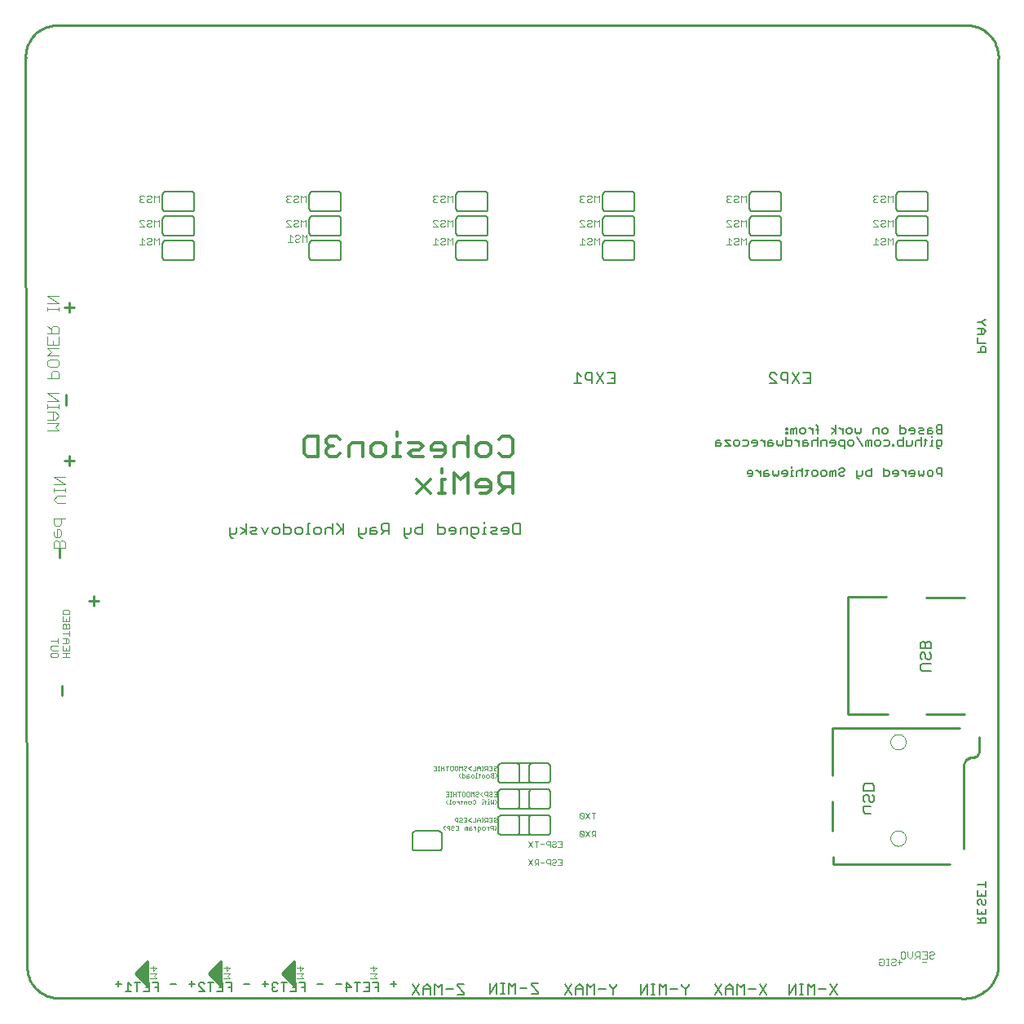
<source format=gbo>
G75*
G70*
%OFA0B0*%
%FSLAX24Y24*%
%IPPOS*%
%LPD*%
%AMOC8*
5,1,8,0,0,1.08239X$1,22.5*
%
%ADD10C,0.0100*%
%ADD11C,0.0030*%
%ADD12C,0.0080*%
%ADD13C,0.0055*%
%ADD14C,0.0060*%
%ADD15C,0.0070*%
%ADD16C,0.0050*%
%ADD17C,0.0140*%
%ADD18C,0.0040*%
%ADD19C,0.0090*%
%ADD20C,0.0000*%
D10*
X002393Y001821D02*
X002330Y038999D01*
X002331Y038998D02*
X002328Y039067D01*
X002329Y039135D01*
X002334Y039203D01*
X002343Y039271D01*
X002355Y039339D01*
X002371Y039405D01*
X002390Y039471D01*
X002413Y039535D01*
X002440Y039599D01*
X002470Y039660D01*
X002503Y039720D01*
X002539Y039778D01*
X002578Y039834D01*
X002621Y039888D01*
X002666Y039939D01*
X002714Y039988D01*
X002764Y040034D01*
X002817Y040078D01*
X002873Y040118D01*
X002930Y040156D01*
X002989Y040190D01*
X003050Y040221D01*
X003113Y040249D01*
X003177Y040273D01*
X003242Y040294D01*
X003308Y040311D01*
X003375Y040324D01*
X003443Y040334D01*
X003511Y040340D01*
X003511Y040341D02*
X040913Y040341D01*
X040983Y040333D01*
X041052Y040321D01*
X041121Y040306D01*
X041188Y040287D01*
X041255Y040264D01*
X041320Y040238D01*
X041384Y040208D01*
X041446Y040175D01*
X041506Y040138D01*
X041564Y040098D01*
X041619Y040056D01*
X041673Y040010D01*
X041724Y039961D01*
X041772Y039910D01*
X041817Y039856D01*
X041859Y039800D01*
X041898Y039741D01*
X041934Y039681D01*
X041967Y039619D01*
X041996Y039555D01*
X042022Y039489D01*
X042044Y039423D01*
X042062Y039355D01*
X042077Y039286D01*
X042088Y039217D01*
X042095Y039147D01*
X042099Y039077D01*
X042098Y039006D01*
X042094Y038936D01*
X042094Y001759D01*
X042095Y001759D02*
X042081Y001685D01*
X042063Y001613D01*
X042042Y001541D01*
X042016Y001471D01*
X041988Y001402D01*
X041955Y001334D01*
X041919Y001269D01*
X041880Y001205D01*
X041837Y001144D01*
X041792Y001085D01*
X041743Y001028D01*
X041691Y000974D01*
X041637Y000923D01*
X041580Y000874D01*
X041520Y000829D01*
X041459Y000787D01*
X041395Y000748D01*
X041329Y000712D01*
X041261Y000680D01*
X041192Y000652D01*
X041122Y000627D01*
X041050Y000606D01*
X040977Y000589D01*
X040904Y000576D01*
X040829Y000566D01*
X040755Y000561D01*
X040680Y000559D01*
X040605Y000561D01*
X040531Y000567D01*
X040457Y000577D01*
X040456Y000578D02*
X003699Y000578D01*
X003698Y000577D02*
X003629Y000578D01*
X003560Y000581D01*
X003492Y000589D01*
X003424Y000600D01*
X003356Y000615D01*
X003290Y000634D01*
X003224Y000656D01*
X003160Y000682D01*
X003098Y000711D01*
X003037Y000744D01*
X002978Y000779D01*
X002921Y000818D01*
X002866Y000860D01*
X002813Y000905D01*
X002763Y000953D01*
X002716Y001003D01*
X002671Y001056D01*
X002630Y001111D01*
X002591Y001168D01*
X002555Y001227D01*
X002523Y001288D01*
X002494Y001351D01*
X002469Y001415D01*
X002447Y001481D01*
X002429Y001547D01*
X002414Y001615D01*
X002403Y001683D01*
X002396Y001752D01*
X002392Y001821D01*
X006830Y001578D02*
X007330Y001078D01*
X007330Y002078D01*
X006830Y001578D01*
X006845Y001563D02*
X007330Y001563D01*
X007330Y001661D02*
X006914Y001661D01*
X007012Y001760D02*
X007330Y001760D01*
X007330Y001858D02*
X007111Y001858D01*
X007209Y001957D02*
X007330Y001957D01*
X007330Y002055D02*
X007308Y002055D01*
X007330Y001464D02*
X006943Y001464D01*
X007042Y001366D02*
X007330Y001366D01*
X007330Y001267D02*
X007140Y001267D01*
X007239Y001169D02*
X007330Y001169D01*
X009830Y001578D02*
X010330Y001078D01*
X010330Y002078D01*
X009830Y001578D01*
X009845Y001563D02*
X010330Y001563D01*
X010330Y001661D02*
X009914Y001661D01*
X010012Y001760D02*
X010330Y001760D01*
X010330Y001858D02*
X010111Y001858D01*
X010209Y001957D02*
X010330Y001957D01*
X010330Y002055D02*
X010308Y002055D01*
X010330Y001464D02*
X009943Y001464D01*
X010042Y001366D02*
X010330Y001366D01*
X010330Y001267D02*
X010140Y001267D01*
X010239Y001169D02*
X010330Y001169D01*
X012830Y001578D02*
X013330Y001078D01*
X013330Y002078D01*
X012830Y001578D01*
X012845Y001563D02*
X013330Y001563D01*
X013330Y001661D02*
X012914Y001661D01*
X013012Y001760D02*
X013330Y001760D01*
X013330Y001858D02*
X013111Y001858D01*
X013209Y001957D02*
X013330Y001957D01*
X013330Y002055D02*
X013308Y002055D01*
X013330Y001464D02*
X012943Y001464D01*
X013042Y001366D02*
X013330Y001366D01*
X013330Y001267D02*
X013140Y001267D01*
X013239Y001169D02*
X013330Y001169D01*
X035361Y006046D02*
X040125Y006046D01*
X040676Y006675D02*
X040676Y010061D01*
X040681Y010099D01*
X040690Y010137D01*
X040703Y010174D01*
X040719Y010209D01*
X040739Y010243D01*
X040762Y010274D01*
X040788Y010303D01*
X040817Y010329D01*
X040849Y010352D01*
X040882Y010371D01*
X040918Y010388D01*
X040954Y010400D01*
X040992Y010409D01*
X041031Y010414D01*
X041070Y010415D01*
X041070Y010416D02*
X041098Y010418D01*
X041126Y010423D01*
X041154Y010431D01*
X041180Y010443D01*
X041204Y010458D01*
X041226Y010475D01*
X041247Y010496D01*
X041264Y010518D01*
X041279Y010542D01*
X041291Y010568D01*
X041299Y010596D01*
X041304Y010624D01*
X041306Y010652D01*
X041306Y011242D01*
X040519Y011597D02*
X035322Y011597D01*
X035322Y009668D01*
X035322Y008605D02*
X035322Y007423D01*
X035361Y006360D02*
X035361Y006046D01*
X035952Y012187D02*
X037566Y012187D01*
X035952Y012187D02*
X035952Y016990D01*
X037527Y016990D01*
X039141Y016951D02*
X040716Y016951D01*
X040716Y012187D02*
X039141Y012187D01*
D11*
X039177Y002476D02*
X038983Y002476D01*
X038882Y002476D02*
X038737Y002476D01*
X038688Y002428D01*
X038688Y002331D01*
X038737Y002283D01*
X038882Y002283D01*
X038882Y002186D02*
X038882Y002476D01*
X038785Y002283D02*
X038688Y002186D01*
X038587Y002283D02*
X038587Y002476D01*
X038587Y002283D02*
X038491Y002186D01*
X038394Y002283D01*
X038394Y002476D01*
X038293Y002428D02*
X038244Y002476D01*
X038148Y002476D01*
X038099Y002428D01*
X038099Y002235D01*
X038148Y002186D01*
X038244Y002186D01*
X038293Y002235D01*
X038293Y002428D01*
X038062Y002147D02*
X038062Y001953D01*
X038159Y002050D02*
X037965Y002050D01*
X037909Y002098D02*
X037860Y002050D01*
X037764Y002050D01*
X037715Y002002D01*
X037715Y001953D01*
X037764Y001905D01*
X037860Y001905D01*
X037909Y001953D01*
X037909Y002098D02*
X037909Y002147D01*
X037860Y002195D01*
X037764Y002195D01*
X037715Y002147D01*
X037614Y002195D02*
X037517Y002195D01*
X037566Y002195D02*
X037566Y001905D01*
X037614Y001905D02*
X037517Y001905D01*
X037418Y001953D02*
X037369Y001905D01*
X037273Y001905D01*
X037224Y001953D01*
X037224Y002050D01*
X037321Y002050D01*
X037418Y002147D02*
X037418Y001953D01*
X037418Y002147D02*
X037369Y002195D01*
X037273Y002195D01*
X037224Y002147D01*
X038965Y002050D02*
X039159Y002050D01*
X039177Y002186D02*
X038983Y002186D01*
X039080Y002331D02*
X039177Y002331D01*
X039278Y002283D02*
X039278Y002235D01*
X039326Y002186D01*
X039423Y002186D01*
X039471Y002235D01*
X039423Y002331D02*
X039326Y002331D01*
X039278Y002283D01*
X039177Y002186D02*
X039177Y002476D01*
X039278Y002428D02*
X039326Y002476D01*
X039423Y002476D01*
X039471Y002428D01*
X039471Y002380D01*
X039423Y002331D01*
X025618Y007167D02*
X025618Y007397D01*
X025503Y007397D01*
X025465Y007358D01*
X025465Y007282D01*
X025503Y007243D01*
X025618Y007243D01*
X025542Y007243D02*
X025465Y007167D01*
X025379Y007167D02*
X025226Y007397D01*
X025140Y007358D02*
X025101Y007397D01*
X025024Y007397D01*
X024986Y007358D01*
X025140Y007205D01*
X025101Y007167D01*
X025024Y007167D01*
X024986Y007205D01*
X024986Y007358D01*
X025140Y007358D02*
X025140Y007205D01*
X025226Y007167D02*
X025379Y007397D01*
X025379Y007917D02*
X025226Y008147D01*
X025140Y008108D02*
X025101Y008147D01*
X025024Y008147D01*
X024986Y008108D01*
X025140Y007955D01*
X025101Y007917D01*
X025024Y007917D01*
X024986Y007955D01*
X024986Y008108D01*
X025140Y008108D02*
X025140Y007955D01*
X025226Y007917D02*
X025379Y008147D01*
X025465Y008147D02*
X025618Y008147D01*
X025542Y008147D02*
X025542Y007917D01*
X024243Y006991D02*
X024243Y006760D01*
X024090Y006760D01*
X024004Y006799D02*
X023966Y006760D01*
X023889Y006760D01*
X023851Y006799D01*
X023851Y006837D01*
X023889Y006875D01*
X023966Y006875D01*
X024004Y006914D01*
X024004Y006952D01*
X023966Y006991D01*
X023889Y006991D01*
X023851Y006952D01*
X023765Y006991D02*
X023649Y006991D01*
X023611Y006952D01*
X023611Y006875D01*
X023649Y006837D01*
X023765Y006837D01*
X023765Y006760D02*
X023765Y006991D01*
X023525Y006875D02*
X023372Y006875D01*
X023286Y006991D02*
X023132Y006991D01*
X023209Y006991D02*
X023209Y006760D01*
X023046Y006760D02*
X022893Y006991D01*
X023046Y006991D02*
X022893Y006760D01*
X022893Y006241D02*
X023046Y006010D01*
X023132Y006010D02*
X023209Y006087D01*
X023171Y006087D02*
X023286Y006087D01*
X023286Y006010D02*
X023286Y006241D01*
X023171Y006241D01*
X023132Y006202D01*
X023132Y006125D01*
X023171Y006087D01*
X023046Y006241D02*
X022893Y006010D01*
X023372Y006125D02*
X023525Y006125D01*
X023611Y006125D02*
X023649Y006087D01*
X023765Y006087D01*
X023765Y006010D02*
X023765Y006241D01*
X023649Y006241D01*
X023611Y006202D01*
X023611Y006125D01*
X023851Y006087D02*
X023889Y006125D01*
X023966Y006125D01*
X024004Y006164D01*
X024004Y006202D01*
X023966Y006241D01*
X023889Y006241D01*
X023851Y006202D01*
X023851Y006087D02*
X023851Y006049D01*
X023889Y006010D01*
X023966Y006010D01*
X024004Y006049D01*
X024090Y006010D02*
X024243Y006010D01*
X024243Y006241D01*
X024090Y006241D01*
X024167Y006125D02*
X024243Y006125D01*
X024243Y006875D02*
X024167Y006875D01*
X024243Y006991D02*
X024090Y006991D01*
X021559Y007505D02*
X021559Y007562D01*
X021502Y007618D01*
X021436Y007618D02*
X021351Y007618D01*
X021323Y007590D01*
X021323Y007533D01*
X021351Y007505D01*
X021436Y007505D01*
X021436Y007448D02*
X021436Y007618D01*
X021395Y007763D02*
X021281Y007763D01*
X021210Y007763D02*
X021210Y007933D01*
X021125Y007933D01*
X021097Y007905D01*
X021097Y007848D01*
X021125Y007820D01*
X021210Y007820D01*
X021154Y007820D02*
X021097Y007763D01*
X021026Y007763D02*
X020970Y007763D01*
X020998Y007763D02*
X020998Y007933D01*
X021026Y007933D02*
X020970Y007933D01*
X020904Y007877D02*
X020847Y007933D01*
X020790Y007877D01*
X020790Y007763D01*
X020719Y007763D02*
X020606Y007763D01*
X020535Y007763D02*
X020422Y007848D01*
X020535Y007933D01*
X020351Y007933D02*
X020351Y007763D01*
X020238Y007763D01*
X020167Y007792D02*
X020139Y007763D01*
X020082Y007763D01*
X020053Y007792D01*
X020053Y007820D01*
X020082Y007848D01*
X020139Y007848D01*
X020167Y007877D01*
X020167Y007905D01*
X020139Y007933D01*
X020082Y007933D01*
X020053Y007905D01*
X019983Y007933D02*
X019898Y007933D01*
X019869Y007905D01*
X019869Y007848D01*
X019898Y007820D01*
X019983Y007820D01*
X019983Y007763D02*
X019983Y007933D01*
X020238Y007933D02*
X020351Y007933D01*
X020351Y007848D02*
X020294Y007848D01*
X020308Y007562D02*
X020279Y007533D01*
X020279Y007448D01*
X020336Y007448D02*
X020336Y007533D01*
X020308Y007562D01*
X020336Y007533D02*
X020364Y007562D01*
X020393Y007562D01*
X020393Y007448D01*
X020463Y007448D02*
X020549Y007448D01*
X020577Y007477D01*
X020549Y007505D01*
X020463Y007505D01*
X020463Y007533D02*
X020463Y007448D01*
X020463Y007533D02*
X020492Y007562D01*
X020549Y007562D01*
X020645Y007562D02*
X020674Y007562D01*
X020730Y007505D01*
X020730Y007448D02*
X020730Y007562D01*
X020801Y007562D02*
X020886Y007562D01*
X020915Y007533D01*
X020915Y007477D01*
X020886Y007448D01*
X020801Y007448D01*
X020801Y007420D02*
X020801Y007562D01*
X020801Y007420D02*
X020829Y007392D01*
X020858Y007392D01*
X020985Y007477D02*
X020985Y007533D01*
X021014Y007562D01*
X021070Y007562D01*
X021099Y007533D01*
X021099Y007477D01*
X021070Y007448D01*
X021014Y007448D01*
X020985Y007477D01*
X021167Y007562D02*
X021195Y007562D01*
X021252Y007505D01*
X021252Y007448D02*
X021252Y007562D01*
X021395Y007763D02*
X021395Y007933D01*
X021281Y007933D01*
X021338Y007848D02*
X021395Y007848D01*
X021465Y007820D02*
X021465Y007792D01*
X021494Y007763D01*
X021550Y007763D01*
X021579Y007792D01*
X021550Y007848D02*
X021494Y007848D01*
X021465Y007820D01*
X021465Y007905D02*
X021494Y007933D01*
X021550Y007933D01*
X021579Y007905D01*
X021579Y007877D01*
X021550Y007848D01*
X021559Y007505D02*
X021502Y007448D01*
X020904Y007763D02*
X020904Y007877D01*
X020904Y007848D02*
X020790Y007848D01*
X020719Y007933D02*
X020719Y007763D01*
X020024Y007618D02*
X020024Y007448D01*
X019911Y007448D01*
X019840Y007477D02*
X019812Y007448D01*
X019755Y007448D01*
X019727Y007477D01*
X019727Y007505D01*
X019755Y007533D01*
X019812Y007533D01*
X019840Y007562D01*
X019840Y007590D01*
X019812Y007618D01*
X019755Y007618D01*
X019727Y007590D01*
X019656Y007618D02*
X019571Y007618D01*
X019543Y007590D01*
X019543Y007533D01*
X019571Y007505D01*
X019656Y007505D01*
X019656Y007448D02*
X019656Y007618D01*
X019472Y007618D02*
X019415Y007562D01*
X019415Y007505D01*
X019472Y007448D01*
X019911Y007618D02*
X020024Y007618D01*
X020024Y007533D02*
X019968Y007533D01*
X020044Y008511D02*
X020044Y008625D01*
X019987Y008625D02*
X019959Y008625D01*
X019987Y008625D02*
X020044Y008568D01*
X020110Y008511D02*
X020139Y008540D01*
X020139Y008653D01*
X020167Y008625D02*
X020110Y008625D01*
X020238Y008596D02*
X020238Y008511D01*
X020238Y008596D02*
X020266Y008625D01*
X020351Y008625D01*
X020351Y008511D01*
X020422Y008540D02*
X020422Y008596D01*
X020450Y008625D01*
X020507Y008625D01*
X020535Y008596D01*
X020535Y008540D01*
X020507Y008511D01*
X020450Y008511D01*
X020422Y008540D01*
X020606Y008540D02*
X020634Y008511D01*
X020691Y008511D01*
X020719Y008540D01*
X020719Y008653D01*
X020691Y008681D01*
X020634Y008681D01*
X020606Y008653D01*
X020658Y008826D02*
X020658Y008996D01*
X020601Y008940D01*
X020545Y008996D01*
X020545Y008826D01*
X020474Y008855D02*
X020445Y008826D01*
X020389Y008826D01*
X020360Y008855D01*
X020360Y008968D01*
X020389Y008996D01*
X020445Y008996D01*
X020474Y008968D01*
X020474Y008855D01*
X020290Y008855D02*
X020290Y008968D01*
X020261Y008996D01*
X020205Y008996D01*
X020176Y008968D01*
X020176Y008855D01*
X020205Y008826D01*
X020261Y008826D01*
X020290Y008855D01*
X020106Y008996D02*
X019992Y008996D01*
X020049Y008996D02*
X020049Y008826D01*
X019921Y008826D02*
X019921Y008996D01*
X019921Y008911D02*
X019808Y008911D01*
X019808Y008996D02*
X019808Y008826D01*
X019737Y008826D02*
X019680Y008826D01*
X019709Y008826D02*
X019709Y008996D01*
X019737Y008996D02*
X019680Y008996D01*
X019614Y008996D02*
X019614Y008826D01*
X019501Y008826D01*
X019558Y008911D02*
X019614Y008911D01*
X019614Y008996D02*
X019501Y008996D01*
X019584Y008681D02*
X019527Y008625D01*
X019527Y008568D01*
X019584Y008511D01*
X019650Y008511D02*
X019707Y008511D01*
X019678Y008511D02*
X019678Y008681D01*
X019707Y008681D01*
X019777Y008596D02*
X019806Y008625D01*
X019862Y008625D01*
X019891Y008596D01*
X019891Y008540D01*
X019862Y008511D01*
X019806Y008511D01*
X019777Y008540D01*
X019777Y008596D01*
X020729Y008855D02*
X020757Y008826D01*
X020814Y008826D01*
X020842Y008855D01*
X020814Y008911D02*
X020757Y008911D01*
X020729Y008883D01*
X020729Y008855D01*
X020814Y008911D02*
X020842Y008940D01*
X020842Y008968D01*
X020814Y008996D01*
X020757Y008996D01*
X020729Y008968D01*
X020913Y008911D02*
X021026Y008826D01*
X021097Y008911D02*
X021125Y008883D01*
X021210Y008883D01*
X021210Y008826D02*
X021210Y008996D01*
X021125Y008996D01*
X021097Y008968D01*
X021097Y008911D01*
X021026Y008996D02*
X020913Y008911D01*
X020998Y008710D02*
X020998Y008681D01*
X020998Y008625D02*
X020998Y008511D01*
X021026Y008511D02*
X020970Y008511D01*
X020998Y008625D02*
X021026Y008625D01*
X021092Y008596D02*
X021149Y008596D01*
X021121Y008653D02*
X021092Y008681D01*
X021121Y008653D02*
X021121Y008511D01*
X021215Y008511D02*
X021272Y008511D01*
X021243Y008511D02*
X021243Y008625D01*
X021272Y008625D01*
X021243Y008681D02*
X021243Y008710D01*
X021343Y008681D02*
X021343Y008511D01*
X021399Y008568D01*
X021456Y008511D01*
X021456Y008681D01*
X021522Y008681D02*
X021579Y008625D01*
X021579Y008568D01*
X021522Y008511D01*
X021579Y008826D02*
X021465Y008826D01*
X021395Y008855D02*
X021366Y008826D01*
X021310Y008826D01*
X021281Y008855D01*
X021281Y008883D01*
X021310Y008911D01*
X021366Y008911D01*
X021395Y008940D01*
X021395Y008968D01*
X021366Y008996D01*
X021310Y008996D01*
X021281Y008968D01*
X021465Y008996D02*
X021579Y008996D01*
X021579Y008826D01*
X021579Y008911D02*
X021522Y008911D01*
X021522Y009594D02*
X021579Y009651D01*
X021579Y009707D01*
X021522Y009764D01*
X021456Y009764D02*
X021371Y009764D01*
X021343Y009736D01*
X021343Y009707D01*
X021371Y009679D01*
X021456Y009679D01*
X021456Y009594D02*
X021371Y009594D01*
X021343Y009622D01*
X021343Y009651D01*
X021371Y009679D01*
X021272Y009679D02*
X021272Y009622D01*
X021243Y009594D01*
X021187Y009594D01*
X021158Y009622D01*
X021158Y009679D01*
X021187Y009707D01*
X021243Y009707D01*
X021272Y009679D01*
X021088Y009679D02*
X021088Y009622D01*
X021059Y009594D01*
X021003Y009594D01*
X020974Y009622D01*
X020974Y009679D01*
X021003Y009707D01*
X021059Y009707D01*
X021088Y009679D01*
X020904Y009707D02*
X020847Y009707D01*
X020875Y009736D02*
X020875Y009622D01*
X020847Y009594D01*
X020781Y009594D02*
X020724Y009594D01*
X020752Y009594D02*
X020752Y009764D01*
X020781Y009764D01*
X020790Y009889D02*
X020790Y010003D01*
X020847Y010059D01*
X020904Y010003D01*
X020904Y009889D01*
X020970Y009889D02*
X021026Y009889D01*
X020998Y009889D02*
X020998Y010059D01*
X021026Y010059D02*
X020970Y010059D01*
X020904Y009974D02*
X020790Y009974D01*
X020719Y009889D02*
X020606Y009889D01*
X020535Y009889D02*
X020422Y009974D01*
X020535Y010059D01*
X020719Y010059D02*
X020719Y009889D01*
X020630Y009707D02*
X020658Y009679D01*
X020658Y009622D01*
X020630Y009594D01*
X020573Y009594D01*
X020545Y009622D01*
X020545Y009679D01*
X020573Y009707D01*
X020630Y009707D01*
X020474Y009622D02*
X020445Y009651D01*
X020360Y009651D01*
X020360Y009679D02*
X020360Y009594D01*
X020445Y009594D01*
X020474Y009622D01*
X020445Y009707D02*
X020389Y009707D01*
X020360Y009679D01*
X020290Y009679D02*
X020261Y009707D01*
X020176Y009707D01*
X020176Y009764D02*
X020176Y009594D01*
X020261Y009594D01*
X020290Y009622D01*
X020290Y009679D01*
X020106Y009594D02*
X020049Y009651D01*
X020049Y009707D01*
X020106Y009764D01*
X020053Y009889D02*
X020053Y010059D01*
X020110Y010003D01*
X020167Y010059D01*
X020167Y009889D01*
X020238Y009918D02*
X020266Y009889D01*
X020323Y009889D01*
X020351Y009918D01*
X020323Y009974D02*
X020266Y009974D01*
X020238Y009946D01*
X020238Y009918D01*
X020323Y009974D02*
X020351Y010003D01*
X020351Y010031D01*
X020323Y010059D01*
X020266Y010059D01*
X020238Y010031D01*
X019983Y010031D02*
X019983Y009918D01*
X019954Y009889D01*
X019898Y009889D01*
X019869Y009918D01*
X019869Y010031D01*
X019898Y010059D01*
X019954Y010059D01*
X019983Y010031D01*
X019799Y010031D02*
X019799Y009918D01*
X019770Y009889D01*
X019714Y009889D01*
X019685Y009918D01*
X019685Y010031D01*
X019714Y010059D01*
X019770Y010059D01*
X019799Y010031D01*
X019614Y010059D02*
X019501Y010059D01*
X019558Y010059D02*
X019558Y009889D01*
X019430Y009889D02*
X019430Y010059D01*
X019430Y009974D02*
X019317Y009974D01*
X019317Y010059D02*
X019317Y009889D01*
X019246Y009889D02*
X019189Y009889D01*
X019218Y009889D02*
X019218Y010059D01*
X019246Y010059D02*
X019189Y010059D01*
X019123Y010059D02*
X019123Y009889D01*
X019010Y009889D01*
X019067Y009974D02*
X019123Y009974D01*
X019123Y010059D02*
X019010Y010059D01*
X021097Y010031D02*
X021097Y009974D01*
X021125Y009946D01*
X021210Y009946D01*
X021154Y009946D02*
X021097Y009889D01*
X021210Y009889D02*
X021210Y010059D01*
X021125Y010059D01*
X021097Y010031D01*
X021281Y010059D02*
X021395Y010059D01*
X021395Y009889D01*
X021281Y009889D01*
X021338Y009974D02*
X021395Y009974D01*
X021465Y009946D02*
X021465Y009918D01*
X021494Y009889D01*
X021550Y009889D01*
X021579Y009918D01*
X021550Y009974D02*
X021494Y009974D01*
X021465Y009946D01*
X021465Y010031D02*
X021494Y010059D01*
X021550Y010059D01*
X021579Y010031D01*
X021579Y010003D01*
X021550Y009974D01*
X021456Y009764D02*
X021456Y009594D01*
X016690Y001818D02*
X016400Y001818D01*
X016545Y001866D02*
X016545Y001673D01*
X016690Y001818D01*
X016690Y001572D02*
X016400Y001572D01*
X016400Y001378D02*
X016690Y001378D01*
X016593Y001475D01*
X016690Y001572D01*
X013690Y001572D02*
X013400Y001572D01*
X013545Y001673D02*
X013545Y001866D01*
X013400Y001818D02*
X013690Y001818D01*
X013545Y001673D01*
X013690Y001572D02*
X013593Y001475D01*
X013690Y001378D01*
X013400Y001378D01*
X010690Y001378D02*
X010593Y001475D01*
X010690Y001572D01*
X010400Y001572D01*
X010545Y001673D02*
X010545Y001866D01*
X010400Y001818D02*
X010690Y001818D01*
X010545Y001673D01*
X010400Y001378D02*
X010690Y001378D01*
X007690Y001378D02*
X007593Y001475D01*
X007690Y001572D01*
X007400Y001572D01*
X007545Y001673D02*
X007545Y001866D01*
X007400Y001818D02*
X007690Y001818D01*
X007545Y001673D01*
X007400Y001378D02*
X007690Y001378D01*
X004128Y014499D02*
X003838Y014499D01*
X003983Y014499D02*
X003983Y014692D01*
X003983Y014793D02*
X003983Y014890D01*
X004128Y014793D02*
X003838Y014793D01*
X003838Y014987D01*
X003838Y015088D02*
X004031Y015088D01*
X004128Y015185D01*
X004031Y015281D01*
X003838Y015281D01*
X003983Y015281D02*
X003983Y015088D01*
X004128Y014987D02*
X004128Y014793D01*
X004128Y014692D02*
X003838Y014692D01*
X003648Y014644D02*
X003599Y014692D01*
X003406Y014692D01*
X003358Y014644D01*
X003358Y014547D01*
X003406Y014499D01*
X003599Y014499D01*
X003648Y014547D01*
X003648Y014644D01*
X003648Y014793D02*
X003406Y014793D01*
X003358Y014842D01*
X003358Y014938D01*
X003406Y014987D01*
X003648Y014987D01*
X003648Y015088D02*
X003648Y015281D01*
X003648Y015185D02*
X003358Y015185D01*
X003838Y015479D02*
X004128Y015479D01*
X004128Y015383D02*
X004128Y015576D01*
X004128Y015677D02*
X004128Y015822D01*
X004079Y015871D01*
X004031Y015871D01*
X003983Y015822D01*
X003983Y015677D01*
X003838Y015677D02*
X004128Y015677D01*
X003983Y015822D02*
X003934Y015871D01*
X003886Y015871D01*
X003838Y015822D01*
X003838Y015677D01*
X003838Y015972D02*
X003838Y016165D01*
X003838Y016267D02*
X003838Y016412D01*
X003886Y016460D01*
X004079Y016460D01*
X004128Y016412D01*
X004128Y016267D01*
X003838Y016267D01*
X003983Y016069D02*
X003983Y015972D01*
X004128Y015972D02*
X003838Y015972D01*
X004128Y015972D02*
X004128Y016165D01*
D12*
X022125Y010170D02*
X023346Y010170D01*
X023346Y009382D02*
X022007Y009382D01*
X022165Y009107D02*
X023188Y009107D01*
X023306Y008319D02*
X022283Y008319D01*
D13*
X022165Y008044D02*
X023188Y008044D01*
X023385Y007256D02*
X022086Y007256D01*
D14*
X021771Y007256D02*
X022401Y007256D01*
X022401Y007255D02*
X022420Y007255D01*
X022439Y007259D01*
X022457Y007265D01*
X022473Y007274D01*
X022488Y007287D01*
X022500Y007301D01*
X022510Y007318D01*
X022516Y007336D01*
X022520Y007354D01*
X022519Y007355D02*
X022519Y007945D01*
X022520Y007945D02*
X022516Y007964D01*
X022510Y007981D01*
X022500Y007998D01*
X022488Y008012D01*
X022473Y008024D01*
X022457Y008034D01*
X022439Y008040D01*
X022420Y008044D01*
X022401Y008044D01*
X021771Y008044D01*
X021752Y008044D01*
X021733Y008040D01*
X021715Y008034D01*
X021699Y008024D01*
X021684Y008012D01*
X021672Y007998D01*
X021662Y007981D01*
X021656Y007964D01*
X021652Y007945D01*
X021653Y007945D02*
X021653Y007355D01*
X021652Y007354D02*
X021656Y007335D01*
X021662Y007318D01*
X021672Y007301D01*
X021684Y007287D01*
X021699Y007275D01*
X021715Y007265D01*
X021733Y007259D01*
X021752Y007255D01*
X021771Y007255D01*
X022913Y007355D02*
X022913Y007945D01*
X022912Y007945D02*
X022916Y007964D01*
X022922Y007981D01*
X022932Y007998D01*
X022944Y008012D01*
X022959Y008024D01*
X022975Y008034D01*
X022993Y008040D01*
X023012Y008044D01*
X023031Y008044D01*
X023661Y008044D01*
X023680Y008044D01*
X023699Y008040D01*
X023717Y008034D01*
X023733Y008024D01*
X023748Y008012D01*
X023760Y007998D01*
X023770Y007981D01*
X023776Y007964D01*
X023780Y007945D01*
X023779Y007945D02*
X023779Y007355D01*
X023780Y007354D02*
X023776Y007336D01*
X023770Y007318D01*
X023760Y007301D01*
X023748Y007287D01*
X023733Y007274D01*
X023717Y007265D01*
X023699Y007259D01*
X023680Y007255D01*
X023661Y007255D01*
X023661Y007256D02*
X023031Y007256D01*
X023031Y007255D02*
X023012Y007255D01*
X022993Y007259D01*
X022975Y007265D01*
X022959Y007275D01*
X022944Y007287D01*
X022932Y007301D01*
X022922Y007318D01*
X022916Y007335D01*
X022912Y007354D01*
X023031Y008319D02*
X023661Y008319D01*
X023661Y008318D02*
X023680Y008318D01*
X023699Y008322D01*
X023717Y008328D01*
X023733Y008338D01*
X023748Y008350D01*
X023760Y008364D01*
X023770Y008381D01*
X023776Y008398D01*
X023780Y008417D01*
X023779Y008418D02*
X023779Y009008D01*
X023780Y009008D02*
X023776Y009027D01*
X023770Y009044D01*
X023760Y009061D01*
X023748Y009075D01*
X023733Y009087D01*
X023717Y009097D01*
X023699Y009103D01*
X023680Y009107D01*
X023661Y009107D01*
X023031Y009107D01*
X023012Y009107D01*
X022993Y009103D01*
X022975Y009097D01*
X022959Y009088D01*
X022944Y009075D01*
X022932Y009061D01*
X022922Y009044D01*
X022916Y009026D01*
X022912Y009008D01*
X022913Y009008D02*
X022913Y008418D01*
X022912Y008417D02*
X022916Y008398D01*
X022922Y008381D01*
X022932Y008364D01*
X022944Y008350D01*
X022959Y008338D01*
X022975Y008328D01*
X022993Y008322D01*
X023012Y008318D01*
X023031Y008318D01*
X022519Y008418D02*
X022519Y009008D01*
X022520Y009008D02*
X022516Y009027D01*
X022510Y009044D01*
X022500Y009061D01*
X022488Y009075D01*
X022473Y009087D01*
X022457Y009097D01*
X022439Y009103D01*
X022420Y009107D01*
X022401Y009107D01*
X021771Y009107D01*
X021752Y009107D01*
X021733Y009103D01*
X021715Y009097D01*
X021699Y009088D01*
X021684Y009075D01*
X021672Y009061D01*
X021662Y009044D01*
X021656Y009026D01*
X021652Y009008D01*
X021653Y009008D02*
X021653Y008418D01*
X021652Y008417D02*
X021656Y008398D01*
X021662Y008381D01*
X021672Y008364D01*
X021684Y008350D01*
X021699Y008338D01*
X021715Y008328D01*
X021733Y008322D01*
X021752Y008318D01*
X021771Y008318D01*
X021771Y008319D02*
X022401Y008319D01*
X022401Y008318D02*
X022420Y008318D01*
X022439Y008322D01*
X022457Y008328D01*
X022473Y008338D01*
X022488Y008350D01*
X022500Y008364D01*
X022510Y008381D01*
X022516Y008398D01*
X022520Y008417D01*
X022401Y009382D02*
X021771Y009382D01*
X021771Y009381D02*
X021752Y009381D01*
X021733Y009385D01*
X021715Y009391D01*
X021699Y009401D01*
X021684Y009413D01*
X021672Y009427D01*
X021662Y009444D01*
X021656Y009461D01*
X021652Y009480D01*
X021653Y009481D02*
X021653Y010071D01*
X021652Y010071D02*
X021656Y010089D01*
X021662Y010107D01*
X021672Y010124D01*
X021684Y010138D01*
X021699Y010151D01*
X021715Y010160D01*
X021733Y010166D01*
X021752Y010170D01*
X021771Y010170D01*
X022401Y010170D01*
X022420Y010170D01*
X022439Y010166D01*
X022457Y010160D01*
X022473Y010150D01*
X022488Y010138D01*
X022500Y010124D01*
X022510Y010107D01*
X022516Y010090D01*
X022520Y010071D01*
X022519Y010071D02*
X022519Y009481D01*
X022520Y009480D02*
X022516Y009461D01*
X022510Y009444D01*
X022500Y009427D01*
X022488Y009413D01*
X022473Y009401D01*
X022457Y009391D01*
X022439Y009385D01*
X022420Y009381D01*
X022401Y009381D01*
X022913Y009481D02*
X022913Y010071D01*
X022912Y010071D02*
X022916Y010089D01*
X022922Y010107D01*
X022932Y010124D01*
X022944Y010138D01*
X022959Y010151D01*
X022975Y010160D01*
X022993Y010166D01*
X023012Y010170D01*
X023031Y010170D01*
X023661Y010170D01*
X023680Y010170D01*
X023699Y010166D01*
X023717Y010160D01*
X023733Y010150D01*
X023748Y010138D01*
X023760Y010124D01*
X023770Y010107D01*
X023776Y010090D01*
X023780Y010071D01*
X023779Y010071D02*
X023779Y009481D01*
X023780Y009480D02*
X023776Y009461D01*
X023770Y009444D01*
X023760Y009427D01*
X023748Y009413D01*
X023733Y009401D01*
X023717Y009391D01*
X023699Y009385D01*
X023680Y009381D01*
X023661Y009381D01*
X023661Y009382D02*
X023031Y009382D01*
X023031Y009381D02*
X023012Y009381D01*
X022993Y009385D01*
X022975Y009391D01*
X022959Y009401D01*
X022944Y009413D01*
X022932Y009427D01*
X022922Y009444D01*
X022916Y009461D01*
X022912Y009480D01*
X019343Y007297D02*
X019343Y006697D01*
X019341Y006680D01*
X019337Y006663D01*
X019330Y006647D01*
X019320Y006633D01*
X019307Y006620D01*
X019293Y006610D01*
X019277Y006603D01*
X019260Y006599D01*
X019243Y006597D01*
X018243Y006597D01*
X018226Y006599D01*
X018209Y006603D01*
X018193Y006610D01*
X018179Y006620D01*
X018166Y006633D01*
X018156Y006647D01*
X018149Y006663D01*
X018145Y006680D01*
X018143Y006697D01*
X018143Y007297D01*
X018145Y007314D01*
X018149Y007331D01*
X018156Y007347D01*
X018166Y007361D01*
X018179Y007374D01*
X018193Y007384D01*
X018209Y007391D01*
X018226Y007395D01*
X018243Y007397D01*
X019243Y007397D01*
X019260Y007395D01*
X019277Y007391D01*
X019293Y007384D01*
X019307Y007374D01*
X019320Y007361D01*
X019330Y007347D01*
X019337Y007331D01*
X019341Y007314D01*
X019343Y007297D01*
X031889Y021911D02*
X032003Y021911D01*
X032059Y021968D01*
X032059Y022081D01*
X032003Y022138D01*
X031889Y022138D01*
X031833Y022081D01*
X031833Y022025D01*
X032059Y022025D01*
X032196Y022138D02*
X032253Y022138D01*
X032366Y022025D01*
X032366Y022138D02*
X032366Y021911D01*
X032508Y021911D02*
X032508Y022081D01*
X032565Y022138D01*
X032678Y022138D01*
X032678Y022025D02*
X032508Y022025D01*
X032508Y021911D02*
X032678Y021911D01*
X032735Y021968D01*
X032678Y022025D01*
X032876Y021968D02*
X032876Y022138D01*
X032876Y021968D02*
X032933Y021911D01*
X032990Y021968D01*
X033046Y021911D01*
X033103Y021968D01*
X033103Y022138D01*
X033245Y022081D02*
X033245Y022025D01*
X033471Y022025D01*
X033471Y022081D02*
X033415Y022138D01*
X033301Y022138D01*
X033245Y022081D01*
X033301Y021911D02*
X033415Y021911D01*
X033471Y021968D01*
X033471Y022081D01*
X033660Y022138D02*
X033660Y021911D01*
X033717Y021911D02*
X033603Y021911D01*
X033660Y022138D02*
X033717Y022138D01*
X033660Y022251D02*
X033660Y022308D01*
X033858Y022081D02*
X033858Y021911D01*
X033858Y022081D02*
X033915Y022138D01*
X034029Y022138D01*
X034085Y022081D01*
X034217Y022138D02*
X034331Y022138D01*
X034274Y022195D02*
X034274Y021968D01*
X034217Y021911D01*
X034085Y021911D02*
X034085Y022251D01*
X034472Y022081D02*
X034472Y021968D01*
X034529Y021911D01*
X034642Y021911D01*
X034699Y021968D01*
X034699Y022081D01*
X034642Y022138D01*
X034529Y022138D01*
X034472Y022081D01*
X034841Y022081D02*
X034841Y021968D01*
X034897Y021911D01*
X035011Y021911D01*
X035067Y021968D01*
X035067Y022081D01*
X035011Y022138D01*
X034897Y022138D01*
X034841Y022081D01*
X035209Y022081D02*
X035209Y021911D01*
X035322Y021911D02*
X035322Y022081D01*
X035266Y022138D01*
X035209Y022081D01*
X035322Y022081D02*
X035379Y022138D01*
X035436Y022138D01*
X035436Y021911D01*
X035577Y021968D02*
X035577Y022025D01*
X035634Y022081D01*
X035747Y022081D01*
X035804Y022138D01*
X035804Y022195D01*
X035747Y022251D01*
X035634Y022251D01*
X035577Y022195D01*
X035577Y021968D02*
X035634Y021911D01*
X035747Y021911D01*
X035804Y021968D01*
X036314Y021911D02*
X036484Y021911D01*
X036541Y021968D01*
X036541Y022138D01*
X036682Y022081D02*
X036739Y022138D01*
X036909Y022138D01*
X036909Y022251D02*
X036909Y021911D01*
X036739Y021911D01*
X036682Y021968D01*
X036682Y022081D01*
X036314Y022138D02*
X036314Y021854D01*
X036371Y021798D01*
X036427Y021798D01*
X037419Y021911D02*
X037589Y021911D01*
X037646Y021968D01*
X037646Y022081D01*
X037589Y022138D01*
X037419Y022138D01*
X037419Y022251D02*
X037419Y021911D01*
X037787Y022025D02*
X038014Y022025D01*
X038014Y022081D02*
X037957Y022138D01*
X037844Y022138D01*
X037787Y022081D01*
X037787Y022025D01*
X037844Y021911D02*
X037957Y021911D01*
X038014Y021968D01*
X038014Y022081D01*
X038151Y022138D02*
X038207Y022138D01*
X038321Y022025D01*
X038321Y022138D02*
X038321Y021911D01*
X038462Y022025D02*
X038689Y022025D01*
X038689Y022081D02*
X038632Y022138D01*
X038519Y022138D01*
X038462Y022081D01*
X038462Y022025D01*
X038519Y021911D02*
X038632Y021911D01*
X038689Y021968D01*
X038689Y022081D01*
X038831Y022138D02*
X038831Y021968D01*
X038887Y021911D01*
X038944Y021968D01*
X039001Y021911D01*
X039057Y021968D01*
X039057Y022138D01*
X039199Y022081D02*
X039199Y021968D01*
X039256Y021911D01*
X039369Y021911D01*
X039426Y021968D01*
X039426Y022081D01*
X039369Y022138D01*
X039256Y022138D01*
X039199Y022081D01*
X039567Y022081D02*
X039624Y022025D01*
X039794Y022025D01*
X039794Y021911D02*
X039794Y022251D01*
X039624Y022251D01*
X039567Y022195D01*
X039567Y022081D01*
X039624Y023048D02*
X039567Y023104D01*
X039567Y023388D01*
X039737Y023388D01*
X039794Y023331D01*
X039794Y023218D01*
X039737Y023161D01*
X039567Y023161D01*
X039624Y023048D02*
X039681Y023048D01*
X039426Y023161D02*
X039312Y023161D01*
X039369Y023161D02*
X039369Y023388D01*
X039426Y023388D01*
X039369Y023501D02*
X039369Y023558D01*
X039369Y023658D02*
X039426Y023715D01*
X039369Y023772D01*
X039199Y023772D01*
X039199Y023828D02*
X039199Y023658D01*
X039369Y023658D01*
X039567Y023715D02*
X039624Y023658D01*
X039794Y023658D01*
X039794Y023998D01*
X039624Y023998D01*
X039567Y023942D01*
X039567Y023885D01*
X039624Y023828D01*
X039794Y023828D01*
X039624Y023828D02*
X039567Y023772D01*
X039567Y023715D01*
X039369Y023885D02*
X039256Y023885D01*
X039199Y023828D01*
X039057Y023828D02*
X039001Y023885D01*
X038831Y023885D01*
X038887Y023772D02*
X039001Y023772D01*
X039057Y023828D01*
X039057Y023658D02*
X038887Y023658D01*
X038831Y023715D01*
X038887Y023772D01*
X038689Y023772D02*
X038462Y023772D01*
X038462Y023828D01*
X038519Y023885D01*
X038632Y023885D01*
X038689Y023828D01*
X038689Y023715D01*
X038632Y023658D01*
X038519Y023658D01*
X038321Y023715D02*
X038321Y023828D01*
X038264Y023885D01*
X038094Y023885D01*
X038094Y023998D02*
X038094Y023658D01*
X038264Y023658D01*
X038321Y023715D01*
X038198Y023501D02*
X038198Y023161D01*
X038028Y023161D01*
X037971Y023218D01*
X037971Y023331D01*
X038028Y023388D01*
X038198Y023388D01*
X038340Y023388D02*
X038340Y023161D01*
X038510Y023161D01*
X038566Y023218D01*
X038566Y023388D01*
X038708Y023331D02*
X038708Y023161D01*
X038708Y023331D02*
X038765Y023388D01*
X038878Y023388D01*
X038935Y023331D01*
X039067Y023388D02*
X039180Y023388D01*
X039124Y023445D02*
X039124Y023218D01*
X039067Y023161D01*
X038935Y023161D02*
X038935Y023501D01*
X037830Y023218D02*
X037773Y023218D01*
X037773Y023161D01*
X037830Y023161D01*
X037830Y023218D01*
X037646Y023218D02*
X037646Y023331D01*
X037589Y023388D01*
X037419Y023388D01*
X037277Y023331D02*
X037277Y023218D01*
X037221Y023161D01*
X037107Y023161D01*
X037050Y023218D01*
X037050Y023331D01*
X037107Y023388D01*
X037221Y023388D01*
X037277Y023331D01*
X037419Y023161D02*
X037589Y023161D01*
X037646Y023218D01*
X036909Y023161D02*
X036909Y023388D01*
X036852Y023388D01*
X036796Y023331D01*
X036739Y023388D01*
X036682Y023331D01*
X036682Y023161D01*
X036796Y023161D02*
X036796Y023331D01*
X036541Y023161D02*
X036314Y023501D01*
X036309Y023658D02*
X036252Y023715D01*
X036252Y023885D01*
X036111Y023828D02*
X036111Y023715D01*
X036054Y023658D01*
X035941Y023658D01*
X035884Y023715D01*
X035884Y023828D01*
X035941Y023885D01*
X036054Y023885D01*
X036111Y023828D01*
X036309Y023658D02*
X036366Y023715D01*
X036423Y023658D01*
X036479Y023715D01*
X036479Y023885D01*
X036989Y023828D02*
X036989Y023658D01*
X036989Y023828D02*
X037046Y023885D01*
X037216Y023885D01*
X037216Y023658D01*
X037357Y023715D02*
X037357Y023828D01*
X037414Y023885D01*
X037527Y023885D01*
X037584Y023828D01*
X037584Y023715D01*
X037527Y023658D01*
X037414Y023658D01*
X037357Y023715D01*
X036172Y023331D02*
X036172Y023218D01*
X036116Y023161D01*
X036002Y023161D01*
X035945Y023218D01*
X035945Y023331D01*
X036002Y023388D01*
X036116Y023388D01*
X036172Y023331D01*
X035804Y023388D02*
X035804Y023048D01*
X035804Y023161D02*
X035634Y023161D01*
X035577Y023218D01*
X035577Y023331D01*
X035634Y023388D01*
X035804Y023388D01*
X035743Y023658D02*
X035743Y023885D01*
X035743Y023772D02*
X035629Y023885D01*
X035572Y023885D01*
X035436Y023772D02*
X035266Y023885D01*
X035436Y023772D02*
X035266Y023658D01*
X035436Y023658D02*
X035436Y023998D01*
X035379Y023388D02*
X035266Y023388D01*
X035209Y023331D01*
X035209Y023275D01*
X035436Y023275D01*
X035436Y023331D02*
X035379Y023388D01*
X035436Y023331D02*
X035436Y023218D01*
X035379Y023161D01*
X035266Y023161D01*
X035067Y023161D02*
X035067Y023388D01*
X034897Y023388D01*
X034841Y023331D01*
X034841Y023161D01*
X034699Y023161D02*
X034699Y023501D01*
X034642Y023388D02*
X034529Y023388D01*
X034472Y023331D01*
X034472Y023161D01*
X034331Y023218D02*
X034274Y023275D01*
X034104Y023275D01*
X034104Y023331D02*
X034104Y023161D01*
X034274Y023161D01*
X034331Y023218D01*
X034274Y023388D02*
X034161Y023388D01*
X034104Y023331D01*
X033962Y023275D02*
X033849Y023388D01*
X033792Y023388D01*
X033656Y023331D02*
X033656Y023218D01*
X033599Y023161D01*
X033429Y023161D01*
X033429Y023501D01*
X033429Y023388D02*
X033599Y023388D01*
X033656Y023331D01*
X033962Y023388D02*
X033962Y023161D01*
X034038Y023658D02*
X033981Y023715D01*
X033981Y023828D01*
X034038Y023885D01*
X034151Y023885D01*
X034208Y023828D01*
X034208Y023715D01*
X034151Y023658D01*
X034038Y023658D01*
X033840Y023658D02*
X033840Y023885D01*
X033783Y023885D01*
X033726Y023828D01*
X033670Y023885D01*
X033613Y023828D01*
X033613Y023658D01*
X033726Y023658D02*
X033726Y023828D01*
X033471Y023828D02*
X033471Y023885D01*
X033415Y023885D01*
X033415Y023828D01*
X033471Y023828D01*
X033471Y023715D02*
X033471Y023658D01*
X033415Y023658D01*
X033415Y023715D01*
X033471Y023715D01*
X033287Y023388D02*
X033287Y023218D01*
X033230Y023161D01*
X033174Y023218D01*
X033117Y023161D01*
X033060Y023218D01*
X033060Y023388D01*
X032862Y023388D02*
X032749Y023388D01*
X032692Y023331D01*
X032692Y023161D01*
X032862Y023161D01*
X032919Y023218D01*
X032862Y023275D01*
X032692Y023275D01*
X032551Y023275D02*
X032437Y023388D01*
X032380Y023388D01*
X032244Y023331D02*
X032187Y023388D01*
X032074Y023388D01*
X032017Y023331D01*
X032017Y023275D01*
X032244Y023275D01*
X032244Y023331D02*
X032244Y023218D01*
X032187Y023161D01*
X032074Y023161D01*
X031875Y023218D02*
X031875Y023331D01*
X031819Y023388D01*
X031648Y023388D01*
X031507Y023331D02*
X031507Y023218D01*
X031450Y023161D01*
X031337Y023161D01*
X031280Y023218D01*
X031280Y023331D01*
X031337Y023388D01*
X031450Y023388D01*
X031507Y023331D01*
X031648Y023161D02*
X031819Y023161D01*
X031875Y023218D01*
X031139Y023161D02*
X030912Y023161D01*
X030770Y023218D02*
X030714Y023275D01*
X030544Y023275D01*
X030544Y023331D02*
X030544Y023161D01*
X030714Y023161D01*
X030770Y023218D01*
X030714Y023388D02*
X030600Y023388D01*
X030544Y023331D01*
X030912Y023388D02*
X031139Y023161D01*
X031139Y023388D02*
X030912Y023388D01*
X032551Y023388D02*
X032551Y023161D01*
X034345Y023885D02*
X034401Y023885D01*
X034515Y023772D01*
X034515Y023885D02*
X034515Y023658D01*
X034704Y023658D02*
X034704Y023942D01*
X034647Y023998D01*
X034647Y023828D02*
X034760Y023828D01*
X034642Y023388D02*
X034699Y023331D01*
X033130Y030740D02*
X032030Y030740D01*
X032013Y030742D01*
X031996Y030746D01*
X031980Y030753D01*
X031966Y030763D01*
X031953Y030776D01*
X031943Y030790D01*
X031936Y030806D01*
X031932Y030823D01*
X031930Y030840D01*
X031930Y031440D01*
X031932Y031457D01*
X031936Y031474D01*
X031943Y031490D01*
X031953Y031504D01*
X031966Y031517D01*
X031980Y031527D01*
X031996Y031534D01*
X032013Y031538D01*
X032030Y031540D01*
X033130Y031540D01*
X033147Y031538D01*
X033164Y031534D01*
X033180Y031527D01*
X033194Y031517D01*
X033207Y031504D01*
X033217Y031490D01*
X033224Y031474D01*
X033228Y031457D01*
X033230Y031440D01*
X033230Y030840D01*
X033228Y030823D01*
X033224Y030806D01*
X033217Y030790D01*
X033207Y030776D01*
X033194Y030763D01*
X033180Y030753D01*
X033164Y030746D01*
X033147Y030742D01*
X033130Y030740D01*
X033130Y031740D02*
X032030Y031740D01*
X032013Y031742D01*
X031996Y031746D01*
X031980Y031753D01*
X031966Y031763D01*
X031953Y031776D01*
X031943Y031790D01*
X031936Y031806D01*
X031932Y031823D01*
X031930Y031840D01*
X031930Y032440D01*
X031932Y032457D01*
X031936Y032474D01*
X031943Y032490D01*
X031953Y032504D01*
X031966Y032517D01*
X031980Y032527D01*
X031996Y032534D01*
X032013Y032538D01*
X032030Y032540D01*
X033130Y032540D01*
X033147Y032538D01*
X033164Y032534D01*
X033180Y032527D01*
X033194Y032517D01*
X033207Y032504D01*
X033217Y032490D01*
X033224Y032474D01*
X033228Y032457D01*
X033230Y032440D01*
X033230Y031840D01*
X033228Y031823D01*
X033224Y031806D01*
X033217Y031790D01*
X033207Y031776D01*
X033194Y031763D01*
X033180Y031753D01*
X033164Y031746D01*
X033147Y031742D01*
X033130Y031740D01*
X033130Y032740D02*
X032030Y032740D01*
X032013Y032742D01*
X031996Y032746D01*
X031980Y032753D01*
X031966Y032763D01*
X031953Y032776D01*
X031943Y032790D01*
X031936Y032806D01*
X031932Y032823D01*
X031930Y032840D01*
X031930Y033440D01*
X031932Y033457D01*
X031936Y033474D01*
X031943Y033490D01*
X031953Y033504D01*
X031966Y033517D01*
X031980Y033527D01*
X031996Y033534D01*
X032013Y033538D01*
X032030Y033540D01*
X033130Y033540D01*
X033147Y033538D01*
X033164Y033534D01*
X033180Y033527D01*
X033194Y033517D01*
X033207Y033504D01*
X033217Y033490D01*
X033224Y033474D01*
X033228Y033457D01*
X033230Y033440D01*
X033230Y032840D01*
X033228Y032823D01*
X033224Y032806D01*
X033217Y032790D01*
X033207Y032776D01*
X033194Y032763D01*
X033180Y032753D01*
X033164Y032746D01*
X033147Y032742D01*
X033130Y032740D01*
X037930Y032840D02*
X037930Y033440D01*
X037932Y033457D01*
X037936Y033474D01*
X037943Y033490D01*
X037953Y033504D01*
X037966Y033517D01*
X037980Y033527D01*
X037996Y033534D01*
X038013Y033538D01*
X038030Y033540D01*
X039130Y033540D01*
X039147Y033538D01*
X039164Y033534D01*
X039180Y033527D01*
X039194Y033517D01*
X039207Y033504D01*
X039217Y033490D01*
X039224Y033474D01*
X039228Y033457D01*
X039230Y033440D01*
X039230Y032840D01*
X039228Y032823D01*
X039224Y032806D01*
X039217Y032790D01*
X039207Y032776D01*
X039194Y032763D01*
X039180Y032753D01*
X039164Y032746D01*
X039147Y032742D01*
X039130Y032740D01*
X038030Y032740D01*
X038013Y032742D01*
X037996Y032746D01*
X037980Y032753D01*
X037966Y032763D01*
X037953Y032776D01*
X037943Y032790D01*
X037936Y032806D01*
X037932Y032823D01*
X037930Y032840D01*
X038030Y032540D02*
X039130Y032540D01*
X039147Y032538D01*
X039164Y032534D01*
X039180Y032527D01*
X039194Y032517D01*
X039207Y032504D01*
X039217Y032490D01*
X039224Y032474D01*
X039228Y032457D01*
X039230Y032440D01*
X039230Y031840D01*
X039228Y031823D01*
X039224Y031806D01*
X039217Y031790D01*
X039207Y031776D01*
X039194Y031763D01*
X039180Y031753D01*
X039164Y031746D01*
X039147Y031742D01*
X039130Y031740D01*
X038030Y031740D01*
X038013Y031742D01*
X037996Y031746D01*
X037980Y031753D01*
X037966Y031763D01*
X037953Y031776D01*
X037943Y031790D01*
X037936Y031806D01*
X037932Y031823D01*
X037930Y031840D01*
X037930Y032440D01*
X037932Y032457D01*
X037936Y032474D01*
X037943Y032490D01*
X037953Y032504D01*
X037966Y032517D01*
X037980Y032527D01*
X037996Y032534D01*
X038013Y032538D01*
X038030Y032540D01*
X038030Y031540D02*
X039130Y031540D01*
X039147Y031538D01*
X039164Y031534D01*
X039180Y031527D01*
X039194Y031517D01*
X039207Y031504D01*
X039217Y031490D01*
X039224Y031474D01*
X039228Y031457D01*
X039230Y031440D01*
X039230Y030840D01*
X039228Y030823D01*
X039224Y030806D01*
X039217Y030790D01*
X039207Y030776D01*
X039194Y030763D01*
X039180Y030753D01*
X039164Y030746D01*
X039147Y030742D01*
X039130Y030740D01*
X038030Y030740D01*
X038013Y030742D01*
X037996Y030746D01*
X037980Y030753D01*
X037966Y030763D01*
X037953Y030776D01*
X037943Y030790D01*
X037936Y030806D01*
X037932Y030823D01*
X037930Y030840D01*
X037930Y031440D01*
X037932Y031457D01*
X037936Y031474D01*
X037943Y031490D01*
X037953Y031504D01*
X037966Y031517D01*
X037980Y031527D01*
X037996Y031534D01*
X038013Y031538D01*
X038030Y031540D01*
X027230Y031440D02*
X027230Y030840D01*
X027228Y030823D01*
X027224Y030806D01*
X027217Y030790D01*
X027207Y030776D01*
X027194Y030763D01*
X027180Y030753D01*
X027164Y030746D01*
X027147Y030742D01*
X027130Y030740D01*
X026030Y030740D01*
X026013Y030742D01*
X025996Y030746D01*
X025980Y030753D01*
X025966Y030763D01*
X025953Y030776D01*
X025943Y030790D01*
X025936Y030806D01*
X025932Y030823D01*
X025930Y030840D01*
X025930Y031440D01*
X025932Y031457D01*
X025936Y031474D01*
X025943Y031490D01*
X025953Y031504D01*
X025966Y031517D01*
X025980Y031527D01*
X025996Y031534D01*
X026013Y031538D01*
X026030Y031540D01*
X027130Y031540D01*
X027147Y031538D01*
X027164Y031534D01*
X027180Y031527D01*
X027194Y031517D01*
X027207Y031504D01*
X027217Y031490D01*
X027224Y031474D01*
X027228Y031457D01*
X027230Y031440D01*
X027130Y031740D02*
X026030Y031740D01*
X026013Y031742D01*
X025996Y031746D01*
X025980Y031753D01*
X025966Y031763D01*
X025953Y031776D01*
X025943Y031790D01*
X025936Y031806D01*
X025932Y031823D01*
X025930Y031840D01*
X025930Y032440D01*
X025932Y032457D01*
X025936Y032474D01*
X025943Y032490D01*
X025953Y032504D01*
X025966Y032517D01*
X025980Y032527D01*
X025996Y032534D01*
X026013Y032538D01*
X026030Y032540D01*
X027130Y032540D01*
X027147Y032538D01*
X027164Y032534D01*
X027180Y032527D01*
X027194Y032517D01*
X027207Y032504D01*
X027217Y032490D01*
X027224Y032474D01*
X027228Y032457D01*
X027230Y032440D01*
X027230Y031840D01*
X027228Y031823D01*
X027224Y031806D01*
X027217Y031790D01*
X027207Y031776D01*
X027194Y031763D01*
X027180Y031753D01*
X027164Y031746D01*
X027147Y031742D01*
X027130Y031740D01*
X027130Y032740D02*
X026030Y032740D01*
X026013Y032742D01*
X025996Y032746D01*
X025980Y032753D01*
X025966Y032763D01*
X025953Y032776D01*
X025943Y032790D01*
X025936Y032806D01*
X025932Y032823D01*
X025930Y032840D01*
X025930Y033440D01*
X025932Y033457D01*
X025936Y033474D01*
X025943Y033490D01*
X025953Y033504D01*
X025966Y033517D01*
X025980Y033527D01*
X025996Y033534D01*
X026013Y033538D01*
X026030Y033540D01*
X027130Y033540D01*
X027147Y033538D01*
X027164Y033534D01*
X027180Y033527D01*
X027194Y033517D01*
X027207Y033504D01*
X027217Y033490D01*
X027224Y033474D01*
X027228Y033457D01*
X027230Y033440D01*
X027230Y032840D01*
X027228Y032823D01*
X027224Y032806D01*
X027217Y032790D01*
X027207Y032776D01*
X027194Y032763D01*
X027180Y032753D01*
X027164Y032746D01*
X027147Y032742D01*
X027130Y032740D01*
X021230Y032840D02*
X021230Y033440D01*
X021228Y033457D01*
X021224Y033474D01*
X021217Y033490D01*
X021207Y033504D01*
X021194Y033517D01*
X021180Y033527D01*
X021164Y033534D01*
X021147Y033538D01*
X021130Y033540D01*
X020030Y033540D01*
X020013Y033538D01*
X019996Y033534D01*
X019980Y033527D01*
X019966Y033517D01*
X019953Y033504D01*
X019943Y033490D01*
X019936Y033474D01*
X019932Y033457D01*
X019930Y033440D01*
X019930Y032840D01*
X019932Y032823D01*
X019936Y032806D01*
X019943Y032790D01*
X019953Y032776D01*
X019966Y032763D01*
X019980Y032753D01*
X019996Y032746D01*
X020013Y032742D01*
X020030Y032740D01*
X021130Y032740D01*
X021147Y032742D01*
X021164Y032746D01*
X021180Y032753D01*
X021194Y032763D01*
X021207Y032776D01*
X021217Y032790D01*
X021224Y032806D01*
X021228Y032823D01*
X021230Y032840D01*
X021130Y032540D02*
X020030Y032540D01*
X020013Y032538D01*
X019996Y032534D01*
X019980Y032527D01*
X019966Y032517D01*
X019953Y032504D01*
X019943Y032490D01*
X019936Y032474D01*
X019932Y032457D01*
X019930Y032440D01*
X019930Y031840D01*
X019932Y031823D01*
X019936Y031806D01*
X019943Y031790D01*
X019953Y031776D01*
X019966Y031763D01*
X019980Y031753D01*
X019996Y031746D01*
X020013Y031742D01*
X020030Y031740D01*
X021130Y031740D01*
X021147Y031742D01*
X021164Y031746D01*
X021180Y031753D01*
X021194Y031763D01*
X021207Y031776D01*
X021217Y031790D01*
X021224Y031806D01*
X021228Y031823D01*
X021230Y031840D01*
X021230Y032440D01*
X021228Y032457D01*
X021224Y032474D01*
X021217Y032490D01*
X021207Y032504D01*
X021194Y032517D01*
X021180Y032527D01*
X021164Y032534D01*
X021147Y032538D01*
X021130Y032540D01*
X021130Y031540D02*
X020030Y031540D01*
X020013Y031538D01*
X019996Y031534D01*
X019980Y031527D01*
X019966Y031517D01*
X019953Y031504D01*
X019943Y031490D01*
X019936Y031474D01*
X019932Y031457D01*
X019930Y031440D01*
X019930Y030840D01*
X019932Y030823D01*
X019936Y030806D01*
X019943Y030790D01*
X019953Y030776D01*
X019966Y030763D01*
X019980Y030753D01*
X019996Y030746D01*
X020013Y030742D01*
X020030Y030740D01*
X021130Y030740D01*
X021147Y030742D01*
X021164Y030746D01*
X021180Y030753D01*
X021194Y030763D01*
X021207Y030776D01*
X021217Y030790D01*
X021224Y030806D01*
X021228Y030823D01*
X021230Y030840D01*
X021230Y031440D01*
X021228Y031457D01*
X021224Y031474D01*
X021217Y031490D01*
X021207Y031504D01*
X021194Y031517D01*
X021180Y031527D01*
X021164Y031534D01*
X021147Y031538D01*
X021130Y031540D01*
X015230Y031440D02*
X015230Y030840D01*
X015228Y030823D01*
X015224Y030806D01*
X015217Y030790D01*
X015207Y030776D01*
X015194Y030763D01*
X015180Y030753D01*
X015164Y030746D01*
X015147Y030742D01*
X015130Y030740D01*
X014030Y030740D01*
X014013Y030742D01*
X013996Y030746D01*
X013980Y030753D01*
X013966Y030763D01*
X013953Y030776D01*
X013943Y030790D01*
X013936Y030806D01*
X013932Y030823D01*
X013930Y030840D01*
X013930Y031440D01*
X013932Y031457D01*
X013936Y031474D01*
X013943Y031490D01*
X013953Y031504D01*
X013966Y031517D01*
X013980Y031527D01*
X013996Y031534D01*
X014013Y031538D01*
X014030Y031540D01*
X015130Y031540D01*
X015147Y031538D01*
X015164Y031534D01*
X015180Y031527D01*
X015194Y031517D01*
X015207Y031504D01*
X015217Y031490D01*
X015224Y031474D01*
X015228Y031457D01*
X015230Y031440D01*
X015130Y031740D02*
X014030Y031740D01*
X014013Y031742D01*
X013996Y031746D01*
X013980Y031753D01*
X013966Y031763D01*
X013953Y031776D01*
X013943Y031790D01*
X013936Y031806D01*
X013932Y031823D01*
X013930Y031840D01*
X013930Y032440D01*
X013932Y032457D01*
X013936Y032474D01*
X013943Y032490D01*
X013953Y032504D01*
X013966Y032517D01*
X013980Y032527D01*
X013996Y032534D01*
X014013Y032538D01*
X014030Y032540D01*
X015130Y032540D01*
X015147Y032538D01*
X015164Y032534D01*
X015180Y032527D01*
X015194Y032517D01*
X015207Y032504D01*
X015217Y032490D01*
X015224Y032474D01*
X015228Y032457D01*
X015230Y032440D01*
X015230Y031840D01*
X015228Y031823D01*
X015224Y031806D01*
X015217Y031790D01*
X015207Y031776D01*
X015194Y031763D01*
X015180Y031753D01*
X015164Y031746D01*
X015147Y031742D01*
X015130Y031740D01*
X015130Y032740D02*
X014030Y032740D01*
X014013Y032742D01*
X013996Y032746D01*
X013980Y032753D01*
X013966Y032763D01*
X013953Y032776D01*
X013943Y032790D01*
X013936Y032806D01*
X013932Y032823D01*
X013930Y032840D01*
X013930Y033440D01*
X013932Y033457D01*
X013936Y033474D01*
X013943Y033490D01*
X013953Y033504D01*
X013966Y033517D01*
X013980Y033527D01*
X013996Y033534D01*
X014013Y033538D01*
X014030Y033540D01*
X015130Y033540D01*
X015147Y033538D01*
X015164Y033534D01*
X015180Y033527D01*
X015194Y033517D01*
X015207Y033504D01*
X015217Y033490D01*
X015224Y033474D01*
X015228Y033457D01*
X015230Y033440D01*
X015230Y032840D01*
X015228Y032823D01*
X015224Y032806D01*
X015217Y032790D01*
X015207Y032776D01*
X015194Y032763D01*
X015180Y032753D01*
X015164Y032746D01*
X015147Y032742D01*
X015130Y032740D01*
X009230Y032840D02*
X009230Y033440D01*
X009228Y033457D01*
X009224Y033474D01*
X009217Y033490D01*
X009207Y033504D01*
X009194Y033517D01*
X009180Y033527D01*
X009164Y033534D01*
X009147Y033538D01*
X009130Y033540D01*
X008030Y033540D01*
X008013Y033538D01*
X007996Y033534D01*
X007980Y033527D01*
X007966Y033517D01*
X007953Y033504D01*
X007943Y033490D01*
X007936Y033474D01*
X007932Y033457D01*
X007930Y033440D01*
X007930Y032840D01*
X007932Y032823D01*
X007936Y032806D01*
X007943Y032790D01*
X007953Y032776D01*
X007966Y032763D01*
X007980Y032753D01*
X007996Y032746D01*
X008013Y032742D01*
X008030Y032740D01*
X009130Y032740D01*
X009147Y032742D01*
X009164Y032746D01*
X009180Y032753D01*
X009194Y032763D01*
X009207Y032776D01*
X009217Y032790D01*
X009224Y032806D01*
X009228Y032823D01*
X009230Y032840D01*
X009130Y032540D02*
X008030Y032540D01*
X008013Y032538D01*
X007996Y032534D01*
X007980Y032527D01*
X007966Y032517D01*
X007953Y032504D01*
X007943Y032490D01*
X007936Y032474D01*
X007932Y032457D01*
X007930Y032440D01*
X007930Y031840D01*
X007932Y031823D01*
X007936Y031806D01*
X007943Y031790D01*
X007953Y031776D01*
X007966Y031763D01*
X007980Y031753D01*
X007996Y031746D01*
X008013Y031742D01*
X008030Y031740D01*
X009130Y031740D01*
X009147Y031742D01*
X009164Y031746D01*
X009180Y031753D01*
X009194Y031763D01*
X009207Y031776D01*
X009217Y031790D01*
X009224Y031806D01*
X009228Y031823D01*
X009230Y031840D01*
X009230Y032440D01*
X009228Y032457D01*
X009224Y032474D01*
X009217Y032490D01*
X009207Y032504D01*
X009194Y032517D01*
X009180Y032527D01*
X009164Y032534D01*
X009147Y032538D01*
X009130Y032540D01*
X009130Y031540D02*
X008030Y031540D01*
X008013Y031538D01*
X007996Y031534D01*
X007980Y031527D01*
X007966Y031517D01*
X007953Y031504D01*
X007943Y031490D01*
X007936Y031474D01*
X007932Y031457D01*
X007930Y031440D01*
X007930Y030840D01*
X007932Y030823D01*
X007936Y030806D01*
X007943Y030790D01*
X007953Y030776D01*
X007966Y030763D01*
X007980Y030753D01*
X007996Y030746D01*
X008013Y030742D01*
X008030Y030740D01*
X009130Y030740D01*
X009147Y030742D01*
X009164Y030746D01*
X009180Y030753D01*
X009194Y030763D01*
X009207Y030776D01*
X009217Y030790D01*
X009224Y030806D01*
X009228Y030823D01*
X009230Y030840D01*
X009230Y031440D01*
X009228Y031457D01*
X009224Y031474D01*
X009217Y031490D01*
X009207Y031504D01*
X009194Y031517D01*
X009180Y031527D01*
X009164Y031534D01*
X009147Y031538D01*
X009130Y031540D01*
D15*
X011336Y019969D02*
X011336Y019538D01*
X011336Y019682D02*
X011121Y019538D01*
X010953Y019610D02*
X010881Y019538D01*
X010666Y019538D01*
X010666Y019466D02*
X010737Y019395D01*
X010809Y019395D01*
X010666Y019466D02*
X010666Y019825D01*
X010953Y019825D02*
X010953Y019610D01*
X011121Y019825D02*
X011336Y019682D01*
X011510Y019610D02*
X011581Y019682D01*
X011725Y019682D01*
X011797Y019753D01*
X011725Y019825D01*
X011510Y019825D01*
X011510Y019610D02*
X011581Y019538D01*
X011797Y019538D01*
X012114Y019538D02*
X011970Y019825D01*
X012257Y019825D02*
X012114Y019538D01*
X012430Y019610D02*
X012430Y019753D01*
X012502Y019825D01*
X012646Y019825D01*
X012717Y019753D01*
X012717Y019610D01*
X012646Y019538D01*
X012502Y019538D01*
X012430Y019610D01*
X012891Y019538D02*
X013106Y019538D01*
X013178Y019610D01*
X013178Y019753D01*
X013106Y019825D01*
X012891Y019825D01*
X012891Y019969D02*
X012891Y019538D01*
X013351Y019610D02*
X013351Y019753D01*
X013423Y019825D01*
X013566Y019825D01*
X013638Y019753D01*
X013638Y019610D01*
X013566Y019538D01*
X013423Y019538D01*
X013351Y019610D01*
X013802Y019538D02*
X013945Y019538D01*
X013873Y019538D02*
X013873Y019969D01*
X013945Y019969D01*
X014119Y019753D02*
X014190Y019825D01*
X014334Y019825D01*
X014405Y019753D01*
X014405Y019610D01*
X014334Y019538D01*
X014190Y019538D01*
X014119Y019610D01*
X014119Y019753D01*
X014579Y019753D02*
X014579Y019538D01*
X014579Y019753D02*
X014651Y019825D01*
X014794Y019825D01*
X014866Y019753D01*
X014866Y019538D02*
X014866Y019969D01*
X015039Y019969D02*
X015326Y019682D01*
X015255Y019753D02*
X015039Y019538D01*
X015326Y019538D02*
X015326Y019969D01*
X015960Y019825D02*
X015960Y019466D01*
X016032Y019395D01*
X016104Y019395D01*
X016175Y019538D02*
X015960Y019538D01*
X016175Y019538D02*
X016247Y019610D01*
X016247Y019825D01*
X016421Y019753D02*
X016421Y019538D01*
X016636Y019538D01*
X016707Y019610D01*
X016636Y019682D01*
X016421Y019682D01*
X016421Y019753D02*
X016492Y019825D01*
X016636Y019825D01*
X016881Y019753D02*
X016953Y019682D01*
X017168Y019682D01*
X017024Y019682D02*
X016881Y019538D01*
X016881Y019753D02*
X016881Y019897D01*
X016953Y019969D01*
X017168Y019969D01*
X017168Y019538D01*
X017802Y019538D02*
X018017Y019538D01*
X018089Y019610D01*
X018089Y019825D01*
X018262Y019753D02*
X018334Y019825D01*
X018549Y019825D01*
X018549Y019969D02*
X018549Y019538D01*
X018334Y019538D01*
X018262Y019610D01*
X018262Y019753D01*
X017802Y019825D02*
X017802Y019466D01*
X017873Y019395D01*
X017945Y019395D01*
X019183Y019538D02*
X019398Y019538D01*
X019470Y019610D01*
X019470Y019753D01*
X019398Y019825D01*
X019183Y019825D01*
X019183Y019969D02*
X019183Y019538D01*
X019643Y019682D02*
X019930Y019682D01*
X019930Y019753D02*
X019858Y019825D01*
X019715Y019825D01*
X019643Y019753D01*
X019643Y019682D01*
X019715Y019538D02*
X019858Y019538D01*
X019930Y019610D01*
X019930Y019753D01*
X020104Y019753D02*
X020104Y019538D01*
X020104Y019753D02*
X020175Y019825D01*
X020391Y019825D01*
X020391Y019538D01*
X020564Y019538D02*
X020779Y019538D01*
X020851Y019610D01*
X020851Y019753D01*
X020779Y019825D01*
X020564Y019825D01*
X020564Y019466D01*
X020636Y019395D01*
X020708Y019395D01*
X021014Y019538D02*
X021158Y019538D01*
X021086Y019538D02*
X021086Y019825D01*
X021158Y019825D01*
X021086Y019969D02*
X021086Y020040D01*
X021331Y019825D02*
X021547Y019825D01*
X021618Y019753D01*
X021547Y019682D01*
X021403Y019682D01*
X021331Y019610D01*
X021403Y019538D01*
X021618Y019538D01*
X021792Y019682D02*
X022079Y019682D01*
X022079Y019753D02*
X022007Y019825D01*
X021864Y019825D01*
X021792Y019753D01*
X021792Y019682D01*
X021864Y019538D02*
X022007Y019538D01*
X022079Y019610D01*
X022079Y019753D01*
X022252Y019610D02*
X022324Y019538D01*
X022539Y019538D01*
X022539Y019969D01*
X022324Y019969D01*
X022252Y019897D01*
X022252Y019610D01*
X024747Y025701D02*
X025033Y025701D01*
X024890Y025701D02*
X024890Y026131D01*
X025033Y025988D01*
X025207Y026060D02*
X025207Y025916D01*
X025279Y025845D01*
X025494Y025845D01*
X025494Y025701D02*
X025494Y026131D01*
X025279Y026131D01*
X025207Y026060D01*
X025667Y026131D02*
X025954Y025701D01*
X026128Y025701D02*
X026415Y025701D01*
X026415Y026131D01*
X026128Y026131D01*
X025954Y026131D02*
X025667Y025701D01*
X026271Y025916D02*
X026415Y025916D01*
X032747Y025988D02*
X032747Y026060D01*
X032818Y026131D01*
X032962Y026131D01*
X033033Y026060D01*
X033207Y026060D02*
X033207Y025916D01*
X033279Y025845D01*
X033494Y025845D01*
X033494Y025701D02*
X033494Y026131D01*
X033279Y026131D01*
X033207Y026060D01*
X033033Y025701D02*
X032747Y025988D01*
X032747Y025701D02*
X033033Y025701D01*
X033667Y025701D02*
X033954Y026131D01*
X034128Y026131D02*
X034415Y026131D01*
X034415Y025701D01*
X034128Y025701D01*
X033954Y025701D02*
X033667Y026131D01*
X034271Y025916D02*
X034415Y025916D01*
X041256Y026985D02*
X041587Y026985D01*
X041587Y027150D01*
X041532Y027205D01*
X041421Y027205D01*
X041366Y027150D01*
X041366Y026985D01*
X041256Y027354D02*
X041256Y027574D01*
X041256Y027722D02*
X041477Y027722D01*
X041587Y027832D01*
X041477Y027942D01*
X041256Y027942D01*
X041421Y027942D02*
X041421Y027722D01*
X041532Y028090D02*
X041421Y028200D01*
X041256Y028200D01*
X041421Y028200D02*
X041532Y028310D01*
X041587Y028310D01*
X041587Y028090D02*
X041532Y028090D01*
X041587Y027354D02*
X041256Y027354D01*
X039271Y015159D02*
X039199Y015159D01*
X039127Y015087D01*
X039127Y014872D01*
X039056Y014699D02*
X039127Y014627D01*
X039127Y014483D01*
X039199Y014412D01*
X039271Y014412D01*
X039343Y014483D01*
X039343Y014627D01*
X039271Y014699D01*
X039343Y014872D02*
X039343Y015087D01*
X039271Y015159D01*
X039127Y015087D02*
X039056Y015159D01*
X038984Y015159D01*
X038912Y015087D01*
X038912Y014872D01*
X039343Y014872D01*
X039056Y014699D02*
X038984Y014699D01*
X038912Y014627D01*
X038912Y014483D01*
X038984Y014412D01*
X038984Y014238D02*
X039343Y014238D01*
X039343Y013951D02*
X038984Y013951D01*
X038912Y014023D01*
X038912Y014166D01*
X038984Y014238D01*
X036948Y009332D02*
X036661Y009332D01*
X036589Y009260D01*
X036589Y009045D01*
X037020Y009045D01*
X037020Y009260D01*
X036948Y009332D01*
X036948Y008872D02*
X037020Y008800D01*
X037020Y008657D01*
X036948Y008585D01*
X036876Y008585D01*
X036805Y008657D01*
X036805Y008800D01*
X036733Y008872D01*
X036661Y008872D01*
X036589Y008800D01*
X036589Y008657D01*
X036661Y008585D01*
X036589Y008411D02*
X036876Y008411D01*
X036876Y008125D02*
X036661Y008125D01*
X036589Y008196D01*
X036589Y008411D01*
X041263Y005223D02*
X041593Y005223D01*
X041593Y005113D02*
X041593Y005333D01*
X041593Y004965D02*
X041593Y004745D01*
X041263Y004745D01*
X041263Y004965D01*
X041428Y004855D02*
X041428Y004745D01*
X041373Y004596D02*
X041318Y004596D01*
X041263Y004541D01*
X041263Y004431D01*
X041318Y004376D01*
X041428Y004431D02*
X041428Y004541D01*
X041373Y004596D01*
X041538Y004596D02*
X041593Y004541D01*
X041593Y004431D01*
X041538Y004376D01*
X041483Y004376D01*
X041428Y004431D01*
X041593Y004228D02*
X041593Y004008D01*
X041263Y004008D01*
X041263Y004228D01*
X041428Y004118D02*
X041428Y004008D01*
X041428Y003860D02*
X041373Y003805D01*
X041373Y003640D01*
X041373Y003750D02*
X041263Y003860D01*
X041428Y003860D02*
X041538Y003860D01*
X041593Y003805D01*
X041593Y003640D01*
X041263Y003640D01*
X035509Y001152D02*
X035223Y000722D01*
X035049Y000937D02*
X034762Y000937D01*
X034589Y000722D02*
X034589Y001152D01*
X034445Y001009D01*
X034302Y001152D01*
X034302Y000722D01*
X034128Y000722D02*
X033985Y000722D01*
X034057Y000722D02*
X034057Y001152D01*
X034128Y001152D02*
X033985Y001152D01*
X033821Y001152D02*
X033534Y000722D01*
X033534Y001152D01*
X033821Y001152D02*
X033821Y000722D01*
X032629Y000722D02*
X032342Y001152D01*
X032169Y000937D02*
X031882Y000937D01*
X031708Y001152D02*
X031565Y001009D01*
X031422Y001152D01*
X031422Y000722D01*
X031248Y000722D02*
X031248Y001009D01*
X031105Y001152D01*
X030961Y001009D01*
X030961Y000722D01*
X030788Y000722D02*
X030501Y001152D01*
X030788Y001152D02*
X030501Y000722D01*
X030961Y000937D02*
X031248Y000937D01*
X031708Y000722D02*
X031708Y001152D01*
X032342Y000722D02*
X032629Y001152D01*
X035223Y001152D02*
X035509Y000722D01*
X029443Y001080D02*
X029299Y000937D01*
X029299Y000722D01*
X029299Y000937D02*
X029156Y001080D01*
X029156Y001152D01*
X028982Y000937D02*
X028695Y000937D01*
X028522Y001152D02*
X028378Y001009D01*
X028235Y001152D01*
X028235Y000722D01*
X028061Y000722D02*
X027918Y000722D01*
X027990Y000722D02*
X027990Y001152D01*
X028061Y001152D02*
X027918Y001152D01*
X027755Y001152D02*
X027468Y000722D01*
X027468Y001152D01*
X027755Y001152D02*
X027755Y000722D01*
X028522Y000722D02*
X028522Y001152D01*
X029443Y001152D02*
X029443Y001080D01*
X026494Y001080D02*
X026350Y000937D01*
X026350Y000722D01*
X026350Y000937D02*
X026207Y001080D01*
X026207Y001152D01*
X026033Y000937D02*
X025746Y000937D01*
X025573Y000722D02*
X025573Y001152D01*
X025429Y001009D01*
X025286Y001152D01*
X025286Y000722D01*
X025112Y000722D02*
X025112Y001009D01*
X024969Y001152D01*
X024826Y001009D01*
X024826Y000722D01*
X024652Y000722D02*
X024365Y001152D01*
X024652Y001152D02*
X024365Y000722D01*
X024826Y000937D02*
X025112Y000937D01*
X026494Y001080D02*
X026494Y001152D01*
X023285Y001183D02*
X022998Y001183D01*
X022998Y001112D01*
X023285Y000825D01*
X023285Y000753D01*
X022998Y000753D01*
X022824Y000968D02*
X022537Y000968D01*
X022364Y000753D02*
X022364Y001183D01*
X022220Y001040D01*
X022077Y001183D01*
X022077Y000753D01*
X021903Y000753D02*
X021760Y000753D01*
X021832Y000753D02*
X021832Y001183D01*
X021903Y001183D02*
X021760Y001183D01*
X021596Y001183D02*
X021310Y000753D01*
X021310Y001183D01*
X021596Y001183D02*
X021596Y000753D01*
X020264Y000722D02*
X019977Y000722D01*
X019804Y000937D02*
X019517Y000937D01*
X019344Y001152D02*
X019200Y001009D01*
X019057Y001152D01*
X019057Y000722D01*
X018883Y000722D02*
X018883Y001009D01*
X018740Y001152D01*
X018596Y001009D01*
X018596Y000722D01*
X018423Y000722D02*
X018136Y001152D01*
X018423Y001152D02*
X018136Y000722D01*
X018596Y000937D02*
X018883Y000937D01*
X019344Y000722D02*
X019344Y001152D01*
X019977Y001152D02*
X019977Y001080D01*
X020264Y000793D01*
X020264Y000722D01*
X020264Y001152D02*
X019977Y001152D01*
D16*
X017493Y001153D02*
X017259Y001153D01*
X017376Y001269D02*
X017376Y001036D01*
X016743Y001028D02*
X016626Y001028D01*
X016743Y001203D02*
X016509Y001203D01*
X016374Y001203D02*
X016374Y000853D01*
X016141Y000853D01*
X016257Y001028D02*
X016374Y001028D01*
X016374Y001203D02*
X016141Y001203D01*
X016006Y001203D02*
X015772Y001203D01*
X015889Y001203D02*
X015889Y000853D01*
X015638Y001028D02*
X015404Y001028D01*
X015462Y001203D02*
X015638Y001028D01*
X015462Y000853D02*
X015462Y001203D01*
X015243Y001153D02*
X015009Y001153D01*
X014493Y001153D02*
X014259Y001153D01*
X013743Y001203D02*
X013509Y001203D01*
X013374Y001203D02*
X013374Y000853D01*
X013141Y000853D01*
X013257Y001028D02*
X013374Y001028D01*
X013374Y001203D02*
X013141Y001203D01*
X013006Y001203D02*
X012772Y001203D01*
X012889Y001203D02*
X012889Y000853D01*
X012638Y000911D02*
X012579Y000853D01*
X012462Y000853D01*
X012404Y000911D01*
X012404Y000969D01*
X012462Y001028D01*
X012521Y001028D01*
X012462Y001028D02*
X012404Y001086D01*
X012404Y001144D01*
X012462Y001203D01*
X012579Y001203D01*
X012638Y001144D01*
X012243Y001153D02*
X012009Y001153D01*
X012126Y001269D02*
X012126Y001036D01*
X011493Y001153D02*
X011259Y001153D01*
X010743Y001203D02*
X010509Y001203D01*
X010374Y001203D02*
X010374Y000853D01*
X010141Y000853D01*
X010257Y001028D02*
X010374Y001028D01*
X010374Y001203D02*
X010141Y001203D01*
X010006Y001203D02*
X009772Y001203D01*
X009889Y001203D02*
X009889Y000853D01*
X009638Y000853D02*
X009404Y001086D01*
X009404Y001144D01*
X009462Y001203D01*
X009579Y001203D01*
X009638Y001144D01*
X009638Y000853D02*
X009404Y000853D01*
X009126Y001036D02*
X009126Y001269D01*
X009243Y001153D02*
X009009Y001153D01*
X008493Y001153D02*
X008259Y001153D01*
X007743Y001203D02*
X007509Y001203D01*
X007374Y001203D02*
X007374Y000853D01*
X007141Y000853D01*
X007257Y001028D02*
X007374Y001028D01*
X007374Y001203D02*
X007141Y001203D01*
X007006Y001203D02*
X006772Y001203D01*
X006889Y001203D02*
X006889Y000853D01*
X006638Y000853D02*
X006404Y000853D01*
X006521Y000853D02*
X006521Y001203D01*
X006638Y001086D01*
X006243Y001153D02*
X006009Y001153D01*
X006126Y001269D02*
X006126Y001036D01*
X007626Y001028D02*
X007743Y001028D01*
X007743Y000853D02*
X007743Y001203D01*
X010626Y001028D02*
X010743Y001028D01*
X010743Y000853D02*
X010743Y001203D01*
X013626Y001028D02*
X013743Y001028D01*
X013743Y000853D02*
X013743Y001203D01*
X016743Y001203D02*
X016743Y000853D01*
D17*
X018304Y021198D02*
X018878Y021772D01*
X019348Y021772D02*
X019348Y021198D01*
X019205Y021198D02*
X019492Y021198D01*
X019839Y021198D02*
X019839Y022059D01*
X020126Y021772D01*
X020413Y022059D01*
X020413Y021198D01*
X020759Y021485D02*
X020759Y021629D01*
X020903Y021772D01*
X021190Y021772D01*
X021333Y021629D01*
X021333Y021342D01*
X021190Y021198D01*
X020903Y021198D01*
X020759Y021485D02*
X021333Y021485D01*
X021680Y021629D02*
X021824Y021485D01*
X022254Y021485D01*
X022254Y021198D02*
X022254Y022059D01*
X021824Y022059D01*
X021680Y021915D01*
X021680Y021629D01*
X021967Y021485D02*
X021680Y021198D01*
X021824Y022698D02*
X021680Y022842D01*
X021824Y022698D02*
X022111Y022698D01*
X022254Y022842D01*
X022254Y023415D01*
X022111Y023559D01*
X021824Y023559D01*
X021680Y023415D01*
X021333Y023129D02*
X021333Y022842D01*
X021190Y022698D01*
X020903Y022698D01*
X020759Y022842D01*
X020759Y023129D01*
X020903Y023272D01*
X021190Y023272D01*
X021333Y023129D01*
X020413Y023129D02*
X020269Y023272D01*
X019982Y023272D01*
X019839Y023129D01*
X019839Y022698D01*
X019492Y022842D02*
X019492Y023129D01*
X019348Y023272D01*
X019061Y023272D01*
X018918Y023129D01*
X018918Y022985D01*
X019492Y022985D01*
X019492Y022842D02*
X019348Y022698D01*
X019061Y022698D01*
X018571Y022698D02*
X018141Y022698D01*
X017997Y022842D01*
X018141Y022985D01*
X018427Y022985D01*
X018571Y023129D01*
X018427Y023272D01*
X017997Y023272D01*
X017650Y023272D02*
X017507Y023272D01*
X017507Y022698D01*
X017650Y022698D02*
X017363Y022698D01*
X017036Y022842D02*
X016893Y022698D01*
X016606Y022698D01*
X016462Y022842D01*
X016462Y023129D01*
X016606Y023272D01*
X016893Y023272D01*
X017036Y023129D01*
X017036Y022842D01*
X017507Y023559D02*
X017507Y023702D01*
X016116Y023272D02*
X016116Y022698D01*
X015542Y022698D02*
X015542Y023129D01*
X015685Y023272D01*
X016116Y023272D01*
X015195Y023415D02*
X015051Y023559D01*
X014764Y023559D01*
X014621Y023415D01*
X014621Y023272D01*
X014764Y023129D01*
X014621Y022985D01*
X014621Y022842D01*
X014764Y022698D01*
X015051Y022698D01*
X015195Y022842D01*
X014908Y023129D02*
X014764Y023129D01*
X014274Y023559D02*
X014274Y022698D01*
X013844Y022698D01*
X013700Y022842D01*
X013700Y023415D01*
X013844Y023559D01*
X014274Y023559D01*
X018304Y021772D02*
X018878Y021198D01*
X019348Y021772D02*
X019492Y021772D01*
X019348Y022059D02*
X019348Y022202D01*
X020413Y022698D02*
X020413Y023559D01*
D18*
X019768Y031363D02*
X019768Y031643D01*
X019674Y031550D01*
X019581Y031643D01*
X019581Y031363D01*
X019473Y031410D02*
X019426Y031363D01*
X019333Y031363D01*
X019286Y031410D01*
X019286Y031457D01*
X019333Y031503D01*
X019426Y031503D01*
X019473Y031550D01*
X019473Y031597D01*
X019426Y031643D01*
X019333Y031643D01*
X019286Y031597D01*
X019178Y031550D02*
X019085Y031643D01*
X019085Y031363D01*
X019178Y031363D02*
X018992Y031363D01*
X018992Y032113D02*
X019178Y032113D01*
X018992Y032300D01*
X018992Y032347D01*
X019038Y032393D01*
X019132Y032393D01*
X019178Y032347D01*
X019286Y032347D02*
X019333Y032393D01*
X019426Y032393D01*
X019473Y032347D01*
X019473Y032300D01*
X019426Y032253D01*
X019333Y032253D01*
X019286Y032207D01*
X019286Y032160D01*
X019333Y032113D01*
X019426Y032113D01*
X019473Y032160D01*
X019581Y032113D02*
X019581Y032393D01*
X019674Y032300D01*
X019768Y032393D01*
X019768Y032113D01*
X019768Y033113D02*
X019768Y033393D01*
X019674Y033300D01*
X019581Y033393D01*
X019581Y033113D01*
X019473Y033160D02*
X019426Y033113D01*
X019333Y033113D01*
X019286Y033160D01*
X019286Y033207D01*
X019333Y033253D01*
X019426Y033253D01*
X019473Y033300D01*
X019473Y033347D01*
X019426Y033393D01*
X019333Y033393D01*
X019286Y033347D01*
X019178Y033347D02*
X019132Y033393D01*
X019038Y033393D01*
X018992Y033347D01*
X018992Y033300D01*
X019038Y033253D01*
X018992Y033207D01*
X018992Y033160D01*
X019038Y033113D01*
X019132Y033113D01*
X019178Y033160D01*
X019085Y033253D02*
X019038Y033253D01*
X013768Y033113D02*
X013768Y033393D01*
X013674Y033300D01*
X013581Y033393D01*
X013581Y033113D01*
X013473Y033160D02*
X013426Y033113D01*
X013333Y033113D01*
X013286Y033160D01*
X013286Y033207D01*
X013333Y033253D01*
X013426Y033253D01*
X013473Y033300D01*
X013473Y033347D01*
X013426Y033393D01*
X013333Y033393D01*
X013286Y033347D01*
X013178Y033347D02*
X013132Y033393D01*
X013038Y033393D01*
X012992Y033347D01*
X012992Y033300D01*
X013038Y033253D01*
X012992Y033207D01*
X012992Y033160D01*
X013038Y033113D01*
X013132Y033113D01*
X013178Y033160D01*
X013085Y033253D02*
X013038Y033253D01*
X013038Y032393D02*
X013132Y032393D01*
X013178Y032347D01*
X013286Y032347D02*
X013333Y032393D01*
X013426Y032393D01*
X013473Y032347D01*
X013473Y032300D01*
X013426Y032253D01*
X013333Y032253D01*
X013286Y032207D01*
X013286Y032160D01*
X013333Y032113D01*
X013426Y032113D01*
X013473Y032160D01*
X013581Y032113D02*
X013581Y032393D01*
X013674Y032300D01*
X013768Y032393D01*
X013768Y032113D01*
X013830Y031768D02*
X013737Y031675D01*
X013643Y031768D01*
X013643Y031488D01*
X013536Y031535D02*
X013489Y031488D01*
X013395Y031488D01*
X013349Y031535D01*
X013349Y031582D01*
X013395Y031628D01*
X013489Y031628D01*
X013536Y031675D01*
X013536Y031722D01*
X013489Y031768D01*
X013395Y031768D01*
X013349Y031722D01*
X013241Y031675D02*
X013147Y031768D01*
X013147Y031488D01*
X013054Y031488D02*
X013241Y031488D01*
X013178Y032113D02*
X012992Y032300D01*
X012992Y032347D01*
X013038Y032393D01*
X012992Y032113D02*
X013178Y032113D01*
X013830Y031768D02*
X013830Y031488D01*
X007768Y031363D02*
X007768Y031643D01*
X007674Y031550D01*
X007581Y031643D01*
X007581Y031363D01*
X007473Y031410D02*
X007426Y031363D01*
X007333Y031363D01*
X007286Y031410D01*
X007286Y031457D01*
X007333Y031503D01*
X007426Y031503D01*
X007473Y031550D01*
X007473Y031597D01*
X007426Y031643D01*
X007333Y031643D01*
X007286Y031597D01*
X007178Y031550D02*
X007085Y031643D01*
X007085Y031363D01*
X007178Y031363D02*
X006992Y031363D01*
X006992Y032113D02*
X007178Y032113D01*
X006992Y032300D01*
X006992Y032347D01*
X007038Y032393D01*
X007132Y032393D01*
X007178Y032347D01*
X007286Y032347D02*
X007333Y032393D01*
X007426Y032393D01*
X007473Y032347D01*
X007473Y032300D01*
X007426Y032253D01*
X007333Y032253D01*
X007286Y032207D01*
X007286Y032160D01*
X007333Y032113D01*
X007426Y032113D01*
X007473Y032160D01*
X007581Y032113D02*
X007581Y032393D01*
X007674Y032300D01*
X007768Y032393D01*
X007768Y032113D01*
X007768Y033113D02*
X007768Y033393D01*
X007674Y033300D01*
X007581Y033393D01*
X007581Y033113D01*
X007473Y033160D02*
X007426Y033113D01*
X007333Y033113D01*
X007286Y033160D01*
X007286Y033207D01*
X007333Y033253D01*
X007426Y033253D01*
X007473Y033300D01*
X007473Y033347D01*
X007426Y033393D01*
X007333Y033393D01*
X007286Y033347D01*
X007178Y033347D02*
X007132Y033393D01*
X007038Y033393D01*
X006992Y033347D01*
X006992Y033300D01*
X007038Y033253D01*
X006992Y033207D01*
X006992Y033160D01*
X007038Y033113D01*
X007132Y033113D01*
X007178Y033160D01*
X007085Y033253D02*
X007038Y033253D01*
X003685Y029288D02*
X003225Y029288D01*
X003685Y028981D01*
X003225Y028981D01*
X003225Y028827D02*
X003225Y028674D01*
X003225Y028751D02*
X003685Y028751D01*
X003685Y028827D02*
X003685Y028674D01*
X003609Y028060D02*
X003455Y028060D01*
X003378Y027983D01*
X003378Y027753D01*
X003225Y027753D02*
X003685Y027753D01*
X003685Y027983D01*
X003609Y028060D01*
X003378Y027907D02*
X003225Y028060D01*
X003225Y027600D02*
X003225Y027293D01*
X003685Y027293D01*
X003685Y027600D01*
X003455Y027446D02*
X003455Y027293D01*
X003225Y027139D02*
X003685Y027139D01*
X003685Y026832D02*
X003225Y026832D01*
X003378Y026986D01*
X003225Y027139D01*
X003302Y026679D02*
X003609Y026679D01*
X003685Y026602D01*
X003685Y026449D01*
X003609Y026372D01*
X003302Y026372D01*
X003225Y026449D01*
X003225Y026602D01*
X003302Y026679D01*
X003455Y026218D02*
X003378Y026142D01*
X003378Y025912D01*
X003225Y025912D02*
X003685Y025912D01*
X003685Y026142D01*
X003609Y026218D01*
X003455Y026218D01*
X003225Y025298D02*
X003685Y025298D01*
X003685Y024991D02*
X003225Y024991D01*
X003225Y024837D02*
X003225Y024684D01*
X003225Y024761D02*
X003685Y024761D01*
X003685Y024837D02*
X003685Y024684D01*
X003532Y024530D02*
X003685Y024377D01*
X003532Y024223D01*
X003225Y024223D01*
X003225Y024070D02*
X003685Y024070D01*
X003532Y023917D01*
X003685Y023763D01*
X003225Y023763D01*
X003455Y024223D02*
X003455Y024530D01*
X003532Y024530D02*
X003225Y024530D01*
X003685Y024991D02*
X003225Y025298D01*
X003475Y021882D02*
X003935Y021882D01*
X003935Y021575D02*
X003475Y021575D01*
X003475Y021421D02*
X003475Y021268D01*
X003475Y021344D02*
X003935Y021344D01*
X003935Y021268D02*
X003935Y021421D01*
X003935Y021575D02*
X003475Y021882D01*
X003628Y021114D02*
X003475Y020961D01*
X003628Y020807D01*
X003935Y020807D01*
X003935Y021114D02*
X003628Y021114D01*
X003475Y020193D02*
X003475Y019963D01*
X003552Y019886D01*
X003705Y019886D01*
X003782Y019963D01*
X003782Y020193D01*
X003935Y020193D02*
X003475Y020193D01*
X003628Y019733D02*
X003628Y019426D01*
X003552Y019426D02*
X003705Y019426D01*
X003782Y019503D01*
X003782Y019656D01*
X003705Y019733D01*
X003628Y019733D01*
X003475Y019656D02*
X003475Y019503D01*
X003552Y019426D01*
X003552Y019273D02*
X003475Y019196D01*
X003475Y018966D01*
X003935Y018966D01*
X003935Y019196D01*
X003859Y019273D01*
X003782Y019273D01*
X003705Y019196D01*
X003705Y018966D01*
X003705Y019196D02*
X003628Y019273D01*
X003552Y019273D01*
X024992Y031363D02*
X025178Y031363D01*
X025085Y031363D02*
X025085Y031643D01*
X025178Y031550D01*
X025286Y031597D02*
X025333Y031643D01*
X025426Y031643D01*
X025473Y031597D01*
X025473Y031550D01*
X025426Y031503D01*
X025333Y031503D01*
X025286Y031457D01*
X025286Y031410D01*
X025333Y031363D01*
X025426Y031363D01*
X025473Y031410D01*
X025581Y031363D02*
X025581Y031643D01*
X025674Y031550D01*
X025768Y031643D01*
X025768Y031363D01*
X025768Y032113D02*
X025768Y032393D01*
X025674Y032300D01*
X025581Y032393D01*
X025581Y032113D01*
X025473Y032160D02*
X025426Y032113D01*
X025333Y032113D01*
X025286Y032160D01*
X025286Y032207D01*
X025333Y032253D01*
X025426Y032253D01*
X025473Y032300D01*
X025473Y032347D01*
X025426Y032393D01*
X025333Y032393D01*
X025286Y032347D01*
X025178Y032347D02*
X025132Y032393D01*
X025038Y032393D01*
X024992Y032347D01*
X024992Y032300D01*
X025178Y032113D01*
X024992Y032113D01*
X025038Y033113D02*
X025132Y033113D01*
X025178Y033160D01*
X025286Y033160D02*
X025333Y033113D01*
X025426Y033113D01*
X025473Y033160D01*
X025426Y033253D02*
X025333Y033253D01*
X025286Y033207D01*
X025286Y033160D01*
X025426Y033253D02*
X025473Y033300D01*
X025473Y033347D01*
X025426Y033393D01*
X025333Y033393D01*
X025286Y033347D01*
X025178Y033347D02*
X025132Y033393D01*
X025038Y033393D01*
X024992Y033347D01*
X024992Y033300D01*
X025038Y033253D01*
X024992Y033207D01*
X024992Y033160D01*
X025038Y033113D01*
X025038Y033253D02*
X025085Y033253D01*
X025581Y033393D02*
X025581Y033113D01*
X025768Y033113D02*
X025768Y033393D01*
X025674Y033300D01*
X025581Y033393D01*
X030992Y033347D02*
X030992Y033300D01*
X031038Y033253D01*
X030992Y033207D01*
X030992Y033160D01*
X031038Y033113D01*
X031132Y033113D01*
X031178Y033160D01*
X031286Y033160D02*
X031333Y033113D01*
X031426Y033113D01*
X031473Y033160D01*
X031426Y033253D02*
X031333Y033253D01*
X031286Y033207D01*
X031286Y033160D01*
X031426Y033253D02*
X031473Y033300D01*
X031473Y033347D01*
X031426Y033393D01*
X031333Y033393D01*
X031286Y033347D01*
X031178Y033347D02*
X031132Y033393D01*
X031038Y033393D01*
X030992Y033347D01*
X031038Y033253D02*
X031085Y033253D01*
X031581Y033393D02*
X031581Y033113D01*
X031768Y033113D02*
X031768Y033393D01*
X031674Y033300D01*
X031581Y033393D01*
X031581Y032393D02*
X031581Y032113D01*
X031473Y032160D02*
X031426Y032113D01*
X031333Y032113D01*
X031286Y032160D01*
X031286Y032207D01*
X031333Y032253D01*
X031426Y032253D01*
X031473Y032300D01*
X031473Y032347D01*
X031426Y032393D01*
X031333Y032393D01*
X031286Y032347D01*
X031178Y032347D02*
X031132Y032393D01*
X031038Y032393D01*
X030992Y032347D01*
X030992Y032300D01*
X031178Y032113D01*
X030992Y032113D01*
X031085Y031643D02*
X031085Y031363D01*
X031178Y031363D02*
X030992Y031363D01*
X031178Y031550D02*
X031085Y031643D01*
X031286Y031597D02*
X031333Y031643D01*
X031426Y031643D01*
X031473Y031597D01*
X031473Y031550D01*
X031426Y031503D01*
X031333Y031503D01*
X031286Y031457D01*
X031286Y031410D01*
X031333Y031363D01*
X031426Y031363D01*
X031473Y031410D01*
X031581Y031363D02*
X031581Y031643D01*
X031674Y031550D01*
X031768Y031643D01*
X031768Y031363D01*
X031768Y032113D02*
X031768Y032393D01*
X031674Y032300D01*
X031581Y032393D01*
X036992Y032347D02*
X037038Y032393D01*
X037132Y032393D01*
X037178Y032347D01*
X037286Y032347D02*
X037333Y032393D01*
X037426Y032393D01*
X037473Y032347D01*
X037473Y032300D01*
X037426Y032253D01*
X037333Y032253D01*
X037286Y032207D01*
X037286Y032160D01*
X037333Y032113D01*
X037426Y032113D01*
X037473Y032160D01*
X037581Y032113D02*
X037581Y032393D01*
X037674Y032300D01*
X037768Y032393D01*
X037768Y032113D01*
X037768Y031643D02*
X037674Y031550D01*
X037581Y031643D01*
X037581Y031363D01*
X037473Y031410D02*
X037426Y031363D01*
X037333Y031363D01*
X037286Y031410D01*
X037286Y031457D01*
X037333Y031503D01*
X037426Y031503D01*
X037473Y031550D01*
X037473Y031597D01*
X037426Y031643D01*
X037333Y031643D01*
X037286Y031597D01*
X037178Y031550D02*
X037085Y031643D01*
X037085Y031363D01*
X037178Y031363D02*
X036992Y031363D01*
X036992Y032113D02*
X037178Y032113D01*
X036992Y032300D01*
X036992Y032347D01*
X037038Y033113D02*
X037132Y033113D01*
X037178Y033160D01*
X037286Y033160D02*
X037333Y033113D01*
X037426Y033113D01*
X037473Y033160D01*
X037426Y033253D02*
X037333Y033253D01*
X037286Y033207D01*
X037286Y033160D01*
X037426Y033253D02*
X037473Y033300D01*
X037473Y033347D01*
X037426Y033393D01*
X037333Y033393D01*
X037286Y033347D01*
X037178Y033347D02*
X037132Y033393D01*
X037038Y033393D01*
X036992Y033347D01*
X036992Y033300D01*
X037038Y033253D01*
X036992Y033207D01*
X036992Y033160D01*
X037038Y033113D01*
X037038Y033253D02*
X037085Y033253D01*
X037581Y033393D02*
X037581Y033113D01*
X037768Y033113D02*
X037768Y033393D01*
X037674Y033300D01*
X037581Y033393D01*
X037768Y031643D02*
X037768Y031363D01*
D19*
X005309Y016806D02*
X004902Y016806D01*
X005105Y016603D02*
X005105Y017010D01*
X003730Y018572D02*
X003730Y018979D01*
X004105Y022353D02*
X004105Y022760D01*
X003902Y022556D02*
X004309Y022556D01*
X003980Y024822D02*
X003980Y025229D01*
X004105Y028603D02*
X004105Y029010D01*
X003902Y028806D02*
X004309Y028806D01*
X003824Y013354D02*
X003824Y012947D01*
D20*
X037684Y011046D02*
X037686Y011081D01*
X037692Y011116D01*
X037702Y011150D01*
X037715Y011183D01*
X037732Y011214D01*
X037753Y011242D01*
X037776Y011269D01*
X037803Y011292D01*
X037831Y011313D01*
X037862Y011330D01*
X037895Y011343D01*
X037929Y011353D01*
X037964Y011359D01*
X037999Y011361D01*
X038034Y011359D01*
X038069Y011353D01*
X038103Y011343D01*
X038136Y011330D01*
X038167Y011313D01*
X038195Y011292D01*
X038222Y011269D01*
X038245Y011242D01*
X038266Y011214D01*
X038283Y011183D01*
X038296Y011150D01*
X038306Y011116D01*
X038312Y011081D01*
X038314Y011046D01*
X038312Y011011D01*
X038306Y010976D01*
X038296Y010942D01*
X038283Y010909D01*
X038266Y010878D01*
X038245Y010850D01*
X038222Y010823D01*
X038195Y010800D01*
X038167Y010779D01*
X038136Y010762D01*
X038103Y010749D01*
X038069Y010739D01*
X038034Y010733D01*
X037999Y010731D01*
X037964Y010733D01*
X037929Y010739D01*
X037895Y010749D01*
X037862Y010762D01*
X037831Y010779D01*
X037803Y010800D01*
X037776Y010823D01*
X037753Y010850D01*
X037732Y010878D01*
X037715Y010909D01*
X037702Y010942D01*
X037692Y010976D01*
X037686Y011011D01*
X037684Y011046D01*
X037684Y007109D02*
X037686Y007144D01*
X037692Y007179D01*
X037702Y007213D01*
X037715Y007246D01*
X037732Y007277D01*
X037753Y007305D01*
X037776Y007332D01*
X037803Y007355D01*
X037831Y007376D01*
X037862Y007393D01*
X037895Y007406D01*
X037929Y007416D01*
X037964Y007422D01*
X037999Y007424D01*
X038034Y007422D01*
X038069Y007416D01*
X038103Y007406D01*
X038136Y007393D01*
X038167Y007376D01*
X038195Y007355D01*
X038222Y007332D01*
X038245Y007305D01*
X038266Y007277D01*
X038283Y007246D01*
X038296Y007213D01*
X038306Y007179D01*
X038312Y007144D01*
X038314Y007109D01*
X038312Y007074D01*
X038306Y007039D01*
X038296Y007005D01*
X038283Y006972D01*
X038266Y006941D01*
X038245Y006913D01*
X038222Y006886D01*
X038195Y006863D01*
X038167Y006842D01*
X038136Y006825D01*
X038103Y006812D01*
X038069Y006802D01*
X038034Y006796D01*
X037999Y006794D01*
X037964Y006796D01*
X037929Y006802D01*
X037895Y006812D01*
X037862Y006825D01*
X037831Y006842D01*
X037803Y006863D01*
X037776Y006886D01*
X037753Y006913D01*
X037732Y006941D01*
X037715Y006972D01*
X037702Y007005D01*
X037692Y007039D01*
X037686Y007074D01*
X037684Y007109D01*
M02*

</source>
